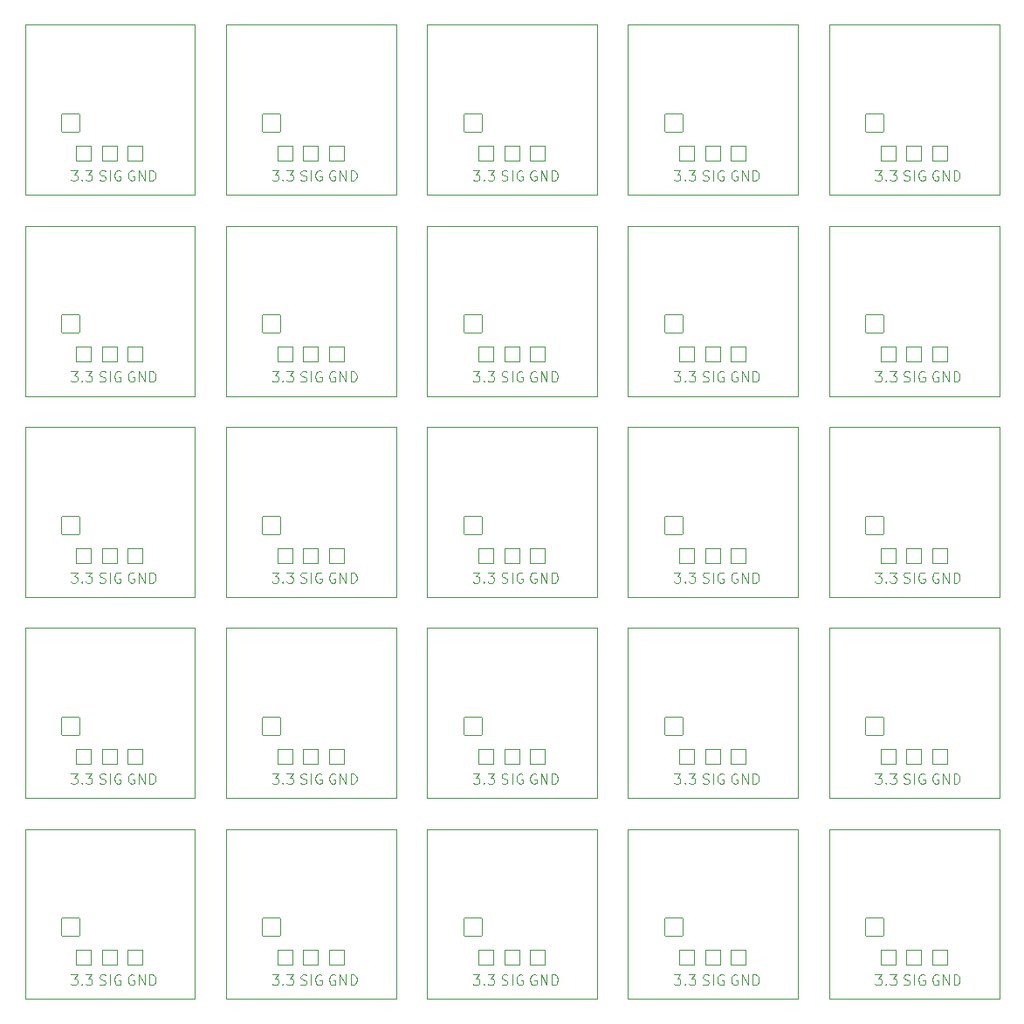
<source format=gto>
G04 #@! TF.GenerationSoftware,KiCad,Pcbnew,8.0.0-8.0.0-1~ubuntu22.04.1*
G04 #@! TF.CreationDate,2024-03-04T18:16:00+01:00*
G04 #@! TF.ProjectId,1x1_panel,3178315f-7061-46e6-956c-2e6b69636164,rev?*
G04 #@! TF.SameCoordinates,Original*
G04 #@! TF.FileFunction,Legend,Top*
G04 #@! TF.FilePolarity,Positive*
%FSLAX46Y46*%
G04 Gerber Fmt 4.6, Leading zero omitted, Abs format (unit mm)*
G04 Created by KiCad (PCBNEW 8.0.0-8.0.0-1~ubuntu22.04.1) date 2024-03-04 18:16:00*
%MOMM*%
%LPD*%
G01*
G04 APERTURE LIST*
G04 Aperture macros list*
%AMRoundRect*
0 Rectangle with rounded corners*
0 $1 Rounding radius*
0 $2 $3 $4 $5 $6 $7 $8 $9 X,Y pos of 4 corners*
0 Add a 4 corners polygon primitive as box body*
4,1,4,$2,$3,$4,$5,$6,$7,$8,$9,$2,$3,0*
0 Add four circle primitives for the rounded corners*
1,1,$1+$1,$2,$3*
1,1,$1+$1,$4,$5*
1,1,$1+$1,$6,$7*
1,1,$1+$1,$8,$9*
0 Add four rect primitives between the rounded corners*
20,1,$1+$1,$2,$3,$4,$5,0*
20,1,$1+$1,$4,$5,$6,$7,0*
20,1,$1+$1,$6,$7,$8,$9,0*
20,1,$1+$1,$8,$9,$2,$3,0*%
G04 Aperture macros list end*
%ADD10C,0.100000*%
%ADD11RoundRect,0.038000X-0.850000X0.850000X-0.850000X-0.850000X0.850000X-0.850000X0.850000X0.850000X0*%
%ADD12O,1.776000X1.776000*%
%ADD13RoundRect,0.038000X-0.750000X-0.750000X0.750000X-0.750000X0.750000X0.750000X-0.750000X0.750000X0*%
%ADD14C,2.576000*%
%ADD15C,0.976000*%
G04 APERTURE END LIST*
D10*
X23958646Y-14122419D02*
X24577693Y-14122419D01*
X24577693Y-14122419D02*
X24244360Y-14503371D01*
X24244360Y-14503371D02*
X24387217Y-14503371D01*
X24387217Y-14503371D02*
X24482455Y-14550990D01*
X24482455Y-14550990D02*
X24530074Y-14598609D01*
X24530074Y-14598609D02*
X24577693Y-14693847D01*
X24577693Y-14693847D02*
X24577693Y-14931942D01*
X24577693Y-14931942D02*
X24530074Y-15027180D01*
X24530074Y-15027180D02*
X24482455Y-15074800D01*
X24482455Y-15074800D02*
X24387217Y-15122419D01*
X24387217Y-15122419D02*
X24101503Y-15122419D01*
X24101503Y-15122419D02*
X24006265Y-15074800D01*
X24006265Y-15074800D02*
X23958646Y-15027180D01*
X25006265Y-15027180D02*
X25053884Y-15074800D01*
X25053884Y-15074800D02*
X25006265Y-15122419D01*
X25006265Y-15122419D02*
X24958646Y-15074800D01*
X24958646Y-15074800D02*
X25006265Y-15027180D01*
X25006265Y-15027180D02*
X25006265Y-15122419D01*
X25387217Y-14122419D02*
X26006264Y-14122419D01*
X26006264Y-14122419D02*
X25672931Y-14503371D01*
X25672931Y-14503371D02*
X25815788Y-14503371D01*
X25815788Y-14503371D02*
X25911026Y-14550990D01*
X25911026Y-14550990D02*
X25958645Y-14598609D01*
X25958645Y-14598609D02*
X26006264Y-14693847D01*
X26006264Y-14693847D02*
X26006264Y-14931942D01*
X26006264Y-14931942D02*
X25958645Y-15027180D01*
X25958645Y-15027180D02*
X25911026Y-15074800D01*
X25911026Y-15074800D02*
X25815788Y-15122419D01*
X25815788Y-15122419D02*
X25530074Y-15122419D01*
X25530074Y-15122419D02*
X25434836Y-15074800D01*
X25434836Y-15074800D02*
X25387217Y-15027180D01*
X26741980Y-15074800D02*
X26884837Y-15122419D01*
X26884837Y-15122419D02*
X27122932Y-15122419D01*
X27122932Y-15122419D02*
X27218170Y-15074800D01*
X27218170Y-15074800D02*
X27265789Y-15027180D01*
X27265789Y-15027180D02*
X27313408Y-14931942D01*
X27313408Y-14931942D02*
X27313408Y-14836704D01*
X27313408Y-14836704D02*
X27265789Y-14741466D01*
X27265789Y-14741466D02*
X27218170Y-14693847D01*
X27218170Y-14693847D02*
X27122932Y-14646228D01*
X27122932Y-14646228D02*
X26932456Y-14598609D01*
X26932456Y-14598609D02*
X26837218Y-14550990D01*
X26837218Y-14550990D02*
X26789599Y-14503371D01*
X26789599Y-14503371D02*
X26741980Y-14408133D01*
X26741980Y-14408133D02*
X26741980Y-14312895D01*
X26741980Y-14312895D02*
X26789599Y-14217657D01*
X26789599Y-14217657D02*
X26837218Y-14170038D01*
X26837218Y-14170038D02*
X26932456Y-14122419D01*
X26932456Y-14122419D02*
X27170551Y-14122419D01*
X27170551Y-14122419D02*
X27313408Y-14170038D01*
X27741980Y-15122419D02*
X27741980Y-14122419D01*
X28741979Y-14170038D02*
X28646741Y-14122419D01*
X28646741Y-14122419D02*
X28503884Y-14122419D01*
X28503884Y-14122419D02*
X28361027Y-14170038D01*
X28361027Y-14170038D02*
X28265789Y-14265276D01*
X28265789Y-14265276D02*
X28218170Y-14360514D01*
X28218170Y-14360514D02*
X28170551Y-14550990D01*
X28170551Y-14550990D02*
X28170551Y-14693847D01*
X28170551Y-14693847D02*
X28218170Y-14884323D01*
X28218170Y-14884323D02*
X28265789Y-14979561D01*
X28265789Y-14979561D02*
X28361027Y-15074800D01*
X28361027Y-15074800D02*
X28503884Y-15122419D01*
X28503884Y-15122419D02*
X28599122Y-15122419D01*
X28599122Y-15122419D02*
X28741979Y-15074800D01*
X28741979Y-15074800D02*
X28789598Y-15027180D01*
X28789598Y-15027180D02*
X28789598Y-14693847D01*
X28789598Y-14693847D02*
X28599122Y-14693847D01*
X30077693Y-14170038D02*
X29982455Y-14122419D01*
X29982455Y-14122419D02*
X29839598Y-14122419D01*
X29839598Y-14122419D02*
X29696741Y-14170038D01*
X29696741Y-14170038D02*
X29601503Y-14265276D01*
X29601503Y-14265276D02*
X29553884Y-14360514D01*
X29553884Y-14360514D02*
X29506265Y-14550990D01*
X29506265Y-14550990D02*
X29506265Y-14693847D01*
X29506265Y-14693847D02*
X29553884Y-14884323D01*
X29553884Y-14884323D02*
X29601503Y-14979561D01*
X29601503Y-14979561D02*
X29696741Y-15074800D01*
X29696741Y-15074800D02*
X29839598Y-15122419D01*
X29839598Y-15122419D02*
X29934836Y-15122419D01*
X29934836Y-15122419D02*
X30077693Y-15074800D01*
X30077693Y-15074800D02*
X30125312Y-15027180D01*
X30125312Y-15027180D02*
X30125312Y-14693847D01*
X30125312Y-14693847D02*
X29934836Y-14693847D01*
X30553884Y-15122419D02*
X30553884Y-14122419D01*
X30553884Y-14122419D02*
X31125312Y-15122419D01*
X31125312Y-15122419D02*
X31125312Y-14122419D01*
X31601503Y-15122419D02*
X31601503Y-14122419D01*
X31601503Y-14122419D02*
X31839598Y-14122419D01*
X31839598Y-14122419D02*
X31982455Y-14170038D01*
X31982455Y-14170038D02*
X32077693Y-14265276D01*
X32077693Y-14265276D02*
X32125312Y-14360514D01*
X32125312Y-14360514D02*
X32172931Y-14550990D01*
X32172931Y-14550990D02*
X32172931Y-14693847D01*
X32172931Y-14693847D02*
X32125312Y-14884323D01*
X32125312Y-14884323D02*
X32077693Y-14979561D01*
X32077693Y-14979561D02*
X31982455Y-15074800D01*
X31982455Y-15074800D02*
X31839598Y-15122419D01*
X31839598Y-15122419D02*
X31601503Y-15122419D01*
X19500000Y0D02*
X36000000Y0D01*
X36000000Y-16500000D01*
X19500000Y-16500000D01*
X19500000Y0D01*
X82458646Y-92122419D02*
X83077693Y-92122419D01*
X83077693Y-92122419D02*
X82744360Y-92503371D01*
X82744360Y-92503371D02*
X82887217Y-92503371D01*
X82887217Y-92503371D02*
X82982455Y-92550990D01*
X82982455Y-92550990D02*
X83030074Y-92598609D01*
X83030074Y-92598609D02*
X83077693Y-92693847D01*
X83077693Y-92693847D02*
X83077693Y-92931942D01*
X83077693Y-92931942D02*
X83030074Y-93027180D01*
X83030074Y-93027180D02*
X82982455Y-93074800D01*
X82982455Y-93074800D02*
X82887217Y-93122419D01*
X82887217Y-93122419D02*
X82601503Y-93122419D01*
X82601503Y-93122419D02*
X82506265Y-93074800D01*
X82506265Y-93074800D02*
X82458646Y-93027180D01*
X83506265Y-93027180D02*
X83553884Y-93074800D01*
X83553884Y-93074800D02*
X83506265Y-93122419D01*
X83506265Y-93122419D02*
X83458646Y-93074800D01*
X83458646Y-93074800D02*
X83506265Y-93027180D01*
X83506265Y-93027180D02*
X83506265Y-93122419D01*
X83887217Y-92122419D02*
X84506264Y-92122419D01*
X84506264Y-92122419D02*
X84172931Y-92503371D01*
X84172931Y-92503371D02*
X84315788Y-92503371D01*
X84315788Y-92503371D02*
X84411026Y-92550990D01*
X84411026Y-92550990D02*
X84458645Y-92598609D01*
X84458645Y-92598609D02*
X84506264Y-92693847D01*
X84506264Y-92693847D02*
X84506264Y-92931942D01*
X84506264Y-92931942D02*
X84458645Y-93027180D01*
X84458645Y-93027180D02*
X84411026Y-93074800D01*
X84411026Y-93074800D02*
X84315788Y-93122419D01*
X84315788Y-93122419D02*
X84030074Y-93122419D01*
X84030074Y-93122419D02*
X83934836Y-93074800D01*
X83934836Y-93074800D02*
X83887217Y-93027180D01*
X85241980Y-93074800D02*
X85384837Y-93122419D01*
X85384837Y-93122419D02*
X85622932Y-93122419D01*
X85622932Y-93122419D02*
X85718170Y-93074800D01*
X85718170Y-93074800D02*
X85765789Y-93027180D01*
X85765789Y-93027180D02*
X85813408Y-92931942D01*
X85813408Y-92931942D02*
X85813408Y-92836704D01*
X85813408Y-92836704D02*
X85765789Y-92741466D01*
X85765789Y-92741466D02*
X85718170Y-92693847D01*
X85718170Y-92693847D02*
X85622932Y-92646228D01*
X85622932Y-92646228D02*
X85432456Y-92598609D01*
X85432456Y-92598609D02*
X85337218Y-92550990D01*
X85337218Y-92550990D02*
X85289599Y-92503371D01*
X85289599Y-92503371D02*
X85241980Y-92408133D01*
X85241980Y-92408133D02*
X85241980Y-92312895D01*
X85241980Y-92312895D02*
X85289599Y-92217657D01*
X85289599Y-92217657D02*
X85337218Y-92170038D01*
X85337218Y-92170038D02*
X85432456Y-92122419D01*
X85432456Y-92122419D02*
X85670551Y-92122419D01*
X85670551Y-92122419D02*
X85813408Y-92170038D01*
X86241980Y-93122419D02*
X86241980Y-92122419D01*
X87241979Y-92170038D02*
X87146741Y-92122419D01*
X87146741Y-92122419D02*
X87003884Y-92122419D01*
X87003884Y-92122419D02*
X86861027Y-92170038D01*
X86861027Y-92170038D02*
X86765789Y-92265276D01*
X86765789Y-92265276D02*
X86718170Y-92360514D01*
X86718170Y-92360514D02*
X86670551Y-92550990D01*
X86670551Y-92550990D02*
X86670551Y-92693847D01*
X86670551Y-92693847D02*
X86718170Y-92884323D01*
X86718170Y-92884323D02*
X86765789Y-92979561D01*
X86765789Y-92979561D02*
X86861027Y-93074800D01*
X86861027Y-93074800D02*
X87003884Y-93122419D01*
X87003884Y-93122419D02*
X87099122Y-93122419D01*
X87099122Y-93122419D02*
X87241979Y-93074800D01*
X87241979Y-93074800D02*
X87289598Y-93027180D01*
X87289598Y-93027180D02*
X87289598Y-92693847D01*
X87289598Y-92693847D02*
X87099122Y-92693847D01*
X88577693Y-92170038D02*
X88482455Y-92122419D01*
X88482455Y-92122419D02*
X88339598Y-92122419D01*
X88339598Y-92122419D02*
X88196741Y-92170038D01*
X88196741Y-92170038D02*
X88101503Y-92265276D01*
X88101503Y-92265276D02*
X88053884Y-92360514D01*
X88053884Y-92360514D02*
X88006265Y-92550990D01*
X88006265Y-92550990D02*
X88006265Y-92693847D01*
X88006265Y-92693847D02*
X88053884Y-92884323D01*
X88053884Y-92884323D02*
X88101503Y-92979561D01*
X88101503Y-92979561D02*
X88196741Y-93074800D01*
X88196741Y-93074800D02*
X88339598Y-93122419D01*
X88339598Y-93122419D02*
X88434836Y-93122419D01*
X88434836Y-93122419D02*
X88577693Y-93074800D01*
X88577693Y-93074800D02*
X88625312Y-93027180D01*
X88625312Y-93027180D02*
X88625312Y-92693847D01*
X88625312Y-92693847D02*
X88434836Y-92693847D01*
X89053884Y-93122419D02*
X89053884Y-92122419D01*
X89053884Y-92122419D02*
X89625312Y-93122419D01*
X89625312Y-93122419D02*
X89625312Y-92122419D01*
X90101503Y-93122419D02*
X90101503Y-92122419D01*
X90101503Y-92122419D02*
X90339598Y-92122419D01*
X90339598Y-92122419D02*
X90482455Y-92170038D01*
X90482455Y-92170038D02*
X90577693Y-92265276D01*
X90577693Y-92265276D02*
X90625312Y-92360514D01*
X90625312Y-92360514D02*
X90672931Y-92550990D01*
X90672931Y-92550990D02*
X90672931Y-92693847D01*
X90672931Y-92693847D02*
X90625312Y-92884323D01*
X90625312Y-92884323D02*
X90577693Y-92979561D01*
X90577693Y-92979561D02*
X90482455Y-93074800D01*
X90482455Y-93074800D02*
X90339598Y-93122419D01*
X90339598Y-93122419D02*
X90101503Y-93122419D01*
X78000000Y-78000000D02*
X94500000Y-78000000D01*
X94500000Y-94500000D01*
X78000000Y-94500000D01*
X78000000Y-78000000D01*
X62958646Y-92122419D02*
X63577693Y-92122419D01*
X63577693Y-92122419D02*
X63244360Y-92503371D01*
X63244360Y-92503371D02*
X63387217Y-92503371D01*
X63387217Y-92503371D02*
X63482455Y-92550990D01*
X63482455Y-92550990D02*
X63530074Y-92598609D01*
X63530074Y-92598609D02*
X63577693Y-92693847D01*
X63577693Y-92693847D02*
X63577693Y-92931942D01*
X63577693Y-92931942D02*
X63530074Y-93027180D01*
X63530074Y-93027180D02*
X63482455Y-93074800D01*
X63482455Y-93074800D02*
X63387217Y-93122419D01*
X63387217Y-93122419D02*
X63101503Y-93122419D01*
X63101503Y-93122419D02*
X63006265Y-93074800D01*
X63006265Y-93074800D02*
X62958646Y-93027180D01*
X64006265Y-93027180D02*
X64053884Y-93074800D01*
X64053884Y-93074800D02*
X64006265Y-93122419D01*
X64006265Y-93122419D02*
X63958646Y-93074800D01*
X63958646Y-93074800D02*
X64006265Y-93027180D01*
X64006265Y-93027180D02*
X64006265Y-93122419D01*
X64387217Y-92122419D02*
X65006264Y-92122419D01*
X65006264Y-92122419D02*
X64672931Y-92503371D01*
X64672931Y-92503371D02*
X64815788Y-92503371D01*
X64815788Y-92503371D02*
X64911026Y-92550990D01*
X64911026Y-92550990D02*
X64958645Y-92598609D01*
X64958645Y-92598609D02*
X65006264Y-92693847D01*
X65006264Y-92693847D02*
X65006264Y-92931942D01*
X65006264Y-92931942D02*
X64958645Y-93027180D01*
X64958645Y-93027180D02*
X64911026Y-93074800D01*
X64911026Y-93074800D02*
X64815788Y-93122419D01*
X64815788Y-93122419D02*
X64530074Y-93122419D01*
X64530074Y-93122419D02*
X64434836Y-93074800D01*
X64434836Y-93074800D02*
X64387217Y-93027180D01*
X69077693Y-92170038D02*
X68982455Y-92122419D01*
X68982455Y-92122419D02*
X68839598Y-92122419D01*
X68839598Y-92122419D02*
X68696741Y-92170038D01*
X68696741Y-92170038D02*
X68601503Y-92265276D01*
X68601503Y-92265276D02*
X68553884Y-92360514D01*
X68553884Y-92360514D02*
X68506265Y-92550990D01*
X68506265Y-92550990D02*
X68506265Y-92693847D01*
X68506265Y-92693847D02*
X68553884Y-92884323D01*
X68553884Y-92884323D02*
X68601503Y-92979561D01*
X68601503Y-92979561D02*
X68696741Y-93074800D01*
X68696741Y-93074800D02*
X68839598Y-93122419D01*
X68839598Y-93122419D02*
X68934836Y-93122419D01*
X68934836Y-93122419D02*
X69077693Y-93074800D01*
X69077693Y-93074800D02*
X69125312Y-93027180D01*
X69125312Y-93027180D02*
X69125312Y-92693847D01*
X69125312Y-92693847D02*
X68934836Y-92693847D01*
X69553884Y-93122419D02*
X69553884Y-92122419D01*
X69553884Y-92122419D02*
X70125312Y-93122419D01*
X70125312Y-93122419D02*
X70125312Y-92122419D01*
X70601503Y-93122419D02*
X70601503Y-92122419D01*
X70601503Y-92122419D02*
X70839598Y-92122419D01*
X70839598Y-92122419D02*
X70982455Y-92170038D01*
X70982455Y-92170038D02*
X71077693Y-92265276D01*
X71077693Y-92265276D02*
X71125312Y-92360514D01*
X71125312Y-92360514D02*
X71172931Y-92550990D01*
X71172931Y-92550990D02*
X71172931Y-92693847D01*
X71172931Y-92693847D02*
X71125312Y-92884323D01*
X71125312Y-92884323D02*
X71077693Y-92979561D01*
X71077693Y-92979561D02*
X70982455Y-93074800D01*
X70982455Y-93074800D02*
X70839598Y-93122419D01*
X70839598Y-93122419D02*
X70601503Y-93122419D01*
X65741980Y-93074800D02*
X65884837Y-93122419D01*
X65884837Y-93122419D02*
X66122932Y-93122419D01*
X66122932Y-93122419D02*
X66218170Y-93074800D01*
X66218170Y-93074800D02*
X66265789Y-93027180D01*
X66265789Y-93027180D02*
X66313408Y-92931942D01*
X66313408Y-92931942D02*
X66313408Y-92836704D01*
X66313408Y-92836704D02*
X66265789Y-92741466D01*
X66265789Y-92741466D02*
X66218170Y-92693847D01*
X66218170Y-92693847D02*
X66122932Y-92646228D01*
X66122932Y-92646228D02*
X65932456Y-92598609D01*
X65932456Y-92598609D02*
X65837218Y-92550990D01*
X65837218Y-92550990D02*
X65789599Y-92503371D01*
X65789599Y-92503371D02*
X65741980Y-92408133D01*
X65741980Y-92408133D02*
X65741980Y-92312895D01*
X65741980Y-92312895D02*
X65789599Y-92217657D01*
X65789599Y-92217657D02*
X65837218Y-92170038D01*
X65837218Y-92170038D02*
X65932456Y-92122419D01*
X65932456Y-92122419D02*
X66170551Y-92122419D01*
X66170551Y-92122419D02*
X66313408Y-92170038D01*
X66741980Y-93122419D02*
X66741980Y-92122419D01*
X67741979Y-92170038D02*
X67646741Y-92122419D01*
X67646741Y-92122419D02*
X67503884Y-92122419D01*
X67503884Y-92122419D02*
X67361027Y-92170038D01*
X67361027Y-92170038D02*
X67265789Y-92265276D01*
X67265789Y-92265276D02*
X67218170Y-92360514D01*
X67218170Y-92360514D02*
X67170551Y-92550990D01*
X67170551Y-92550990D02*
X67170551Y-92693847D01*
X67170551Y-92693847D02*
X67218170Y-92884323D01*
X67218170Y-92884323D02*
X67265789Y-92979561D01*
X67265789Y-92979561D02*
X67361027Y-93074800D01*
X67361027Y-93074800D02*
X67503884Y-93122419D01*
X67503884Y-93122419D02*
X67599122Y-93122419D01*
X67599122Y-93122419D02*
X67741979Y-93074800D01*
X67741979Y-93074800D02*
X67789598Y-93027180D01*
X67789598Y-93027180D02*
X67789598Y-92693847D01*
X67789598Y-92693847D02*
X67599122Y-92693847D01*
X58500000Y-78000000D02*
X75000000Y-78000000D01*
X75000000Y-94500000D01*
X58500000Y-94500000D01*
X58500000Y-78000000D01*
X43458646Y-92122419D02*
X44077693Y-92122419D01*
X44077693Y-92122419D02*
X43744360Y-92503371D01*
X43744360Y-92503371D02*
X43887217Y-92503371D01*
X43887217Y-92503371D02*
X43982455Y-92550990D01*
X43982455Y-92550990D02*
X44030074Y-92598609D01*
X44030074Y-92598609D02*
X44077693Y-92693847D01*
X44077693Y-92693847D02*
X44077693Y-92931942D01*
X44077693Y-92931942D02*
X44030074Y-93027180D01*
X44030074Y-93027180D02*
X43982455Y-93074800D01*
X43982455Y-93074800D02*
X43887217Y-93122419D01*
X43887217Y-93122419D02*
X43601503Y-93122419D01*
X43601503Y-93122419D02*
X43506265Y-93074800D01*
X43506265Y-93074800D02*
X43458646Y-93027180D01*
X44506265Y-93027180D02*
X44553884Y-93074800D01*
X44553884Y-93074800D02*
X44506265Y-93122419D01*
X44506265Y-93122419D02*
X44458646Y-93074800D01*
X44458646Y-93074800D02*
X44506265Y-93027180D01*
X44506265Y-93027180D02*
X44506265Y-93122419D01*
X44887217Y-92122419D02*
X45506264Y-92122419D01*
X45506264Y-92122419D02*
X45172931Y-92503371D01*
X45172931Y-92503371D02*
X45315788Y-92503371D01*
X45315788Y-92503371D02*
X45411026Y-92550990D01*
X45411026Y-92550990D02*
X45458645Y-92598609D01*
X45458645Y-92598609D02*
X45506264Y-92693847D01*
X45506264Y-92693847D02*
X45506264Y-92931942D01*
X45506264Y-92931942D02*
X45458645Y-93027180D01*
X45458645Y-93027180D02*
X45411026Y-93074800D01*
X45411026Y-93074800D02*
X45315788Y-93122419D01*
X45315788Y-93122419D02*
X45030074Y-93122419D01*
X45030074Y-93122419D02*
X44934836Y-93074800D01*
X44934836Y-93074800D02*
X44887217Y-93027180D01*
X46241980Y-93074800D02*
X46384837Y-93122419D01*
X46384837Y-93122419D02*
X46622932Y-93122419D01*
X46622932Y-93122419D02*
X46718170Y-93074800D01*
X46718170Y-93074800D02*
X46765789Y-93027180D01*
X46765789Y-93027180D02*
X46813408Y-92931942D01*
X46813408Y-92931942D02*
X46813408Y-92836704D01*
X46813408Y-92836704D02*
X46765789Y-92741466D01*
X46765789Y-92741466D02*
X46718170Y-92693847D01*
X46718170Y-92693847D02*
X46622932Y-92646228D01*
X46622932Y-92646228D02*
X46432456Y-92598609D01*
X46432456Y-92598609D02*
X46337218Y-92550990D01*
X46337218Y-92550990D02*
X46289599Y-92503371D01*
X46289599Y-92503371D02*
X46241980Y-92408133D01*
X46241980Y-92408133D02*
X46241980Y-92312895D01*
X46241980Y-92312895D02*
X46289599Y-92217657D01*
X46289599Y-92217657D02*
X46337218Y-92170038D01*
X46337218Y-92170038D02*
X46432456Y-92122419D01*
X46432456Y-92122419D02*
X46670551Y-92122419D01*
X46670551Y-92122419D02*
X46813408Y-92170038D01*
X47241980Y-93122419D02*
X47241980Y-92122419D01*
X48241979Y-92170038D02*
X48146741Y-92122419D01*
X48146741Y-92122419D02*
X48003884Y-92122419D01*
X48003884Y-92122419D02*
X47861027Y-92170038D01*
X47861027Y-92170038D02*
X47765789Y-92265276D01*
X47765789Y-92265276D02*
X47718170Y-92360514D01*
X47718170Y-92360514D02*
X47670551Y-92550990D01*
X47670551Y-92550990D02*
X47670551Y-92693847D01*
X47670551Y-92693847D02*
X47718170Y-92884323D01*
X47718170Y-92884323D02*
X47765789Y-92979561D01*
X47765789Y-92979561D02*
X47861027Y-93074800D01*
X47861027Y-93074800D02*
X48003884Y-93122419D01*
X48003884Y-93122419D02*
X48099122Y-93122419D01*
X48099122Y-93122419D02*
X48241979Y-93074800D01*
X48241979Y-93074800D02*
X48289598Y-93027180D01*
X48289598Y-93027180D02*
X48289598Y-92693847D01*
X48289598Y-92693847D02*
X48099122Y-92693847D01*
X49577693Y-92170038D02*
X49482455Y-92122419D01*
X49482455Y-92122419D02*
X49339598Y-92122419D01*
X49339598Y-92122419D02*
X49196741Y-92170038D01*
X49196741Y-92170038D02*
X49101503Y-92265276D01*
X49101503Y-92265276D02*
X49053884Y-92360514D01*
X49053884Y-92360514D02*
X49006265Y-92550990D01*
X49006265Y-92550990D02*
X49006265Y-92693847D01*
X49006265Y-92693847D02*
X49053884Y-92884323D01*
X49053884Y-92884323D02*
X49101503Y-92979561D01*
X49101503Y-92979561D02*
X49196741Y-93074800D01*
X49196741Y-93074800D02*
X49339598Y-93122419D01*
X49339598Y-93122419D02*
X49434836Y-93122419D01*
X49434836Y-93122419D02*
X49577693Y-93074800D01*
X49577693Y-93074800D02*
X49625312Y-93027180D01*
X49625312Y-93027180D02*
X49625312Y-92693847D01*
X49625312Y-92693847D02*
X49434836Y-92693847D01*
X50053884Y-93122419D02*
X50053884Y-92122419D01*
X50053884Y-92122419D02*
X50625312Y-93122419D01*
X50625312Y-93122419D02*
X50625312Y-92122419D01*
X51101503Y-93122419D02*
X51101503Y-92122419D01*
X51101503Y-92122419D02*
X51339598Y-92122419D01*
X51339598Y-92122419D02*
X51482455Y-92170038D01*
X51482455Y-92170038D02*
X51577693Y-92265276D01*
X51577693Y-92265276D02*
X51625312Y-92360514D01*
X51625312Y-92360514D02*
X51672931Y-92550990D01*
X51672931Y-92550990D02*
X51672931Y-92693847D01*
X51672931Y-92693847D02*
X51625312Y-92884323D01*
X51625312Y-92884323D02*
X51577693Y-92979561D01*
X51577693Y-92979561D02*
X51482455Y-93074800D01*
X51482455Y-93074800D02*
X51339598Y-93122419D01*
X51339598Y-93122419D02*
X51101503Y-93122419D01*
X39000000Y-78000000D02*
X55500000Y-78000000D01*
X55500000Y-94500000D01*
X39000000Y-94500000D01*
X39000000Y-78000000D01*
X23958646Y-92122419D02*
X24577693Y-92122419D01*
X24577693Y-92122419D02*
X24244360Y-92503371D01*
X24244360Y-92503371D02*
X24387217Y-92503371D01*
X24387217Y-92503371D02*
X24482455Y-92550990D01*
X24482455Y-92550990D02*
X24530074Y-92598609D01*
X24530074Y-92598609D02*
X24577693Y-92693847D01*
X24577693Y-92693847D02*
X24577693Y-92931942D01*
X24577693Y-92931942D02*
X24530074Y-93027180D01*
X24530074Y-93027180D02*
X24482455Y-93074800D01*
X24482455Y-93074800D02*
X24387217Y-93122419D01*
X24387217Y-93122419D02*
X24101503Y-93122419D01*
X24101503Y-93122419D02*
X24006265Y-93074800D01*
X24006265Y-93074800D02*
X23958646Y-93027180D01*
X25006265Y-93027180D02*
X25053884Y-93074800D01*
X25053884Y-93074800D02*
X25006265Y-93122419D01*
X25006265Y-93122419D02*
X24958646Y-93074800D01*
X24958646Y-93074800D02*
X25006265Y-93027180D01*
X25006265Y-93027180D02*
X25006265Y-93122419D01*
X25387217Y-92122419D02*
X26006264Y-92122419D01*
X26006264Y-92122419D02*
X25672931Y-92503371D01*
X25672931Y-92503371D02*
X25815788Y-92503371D01*
X25815788Y-92503371D02*
X25911026Y-92550990D01*
X25911026Y-92550990D02*
X25958645Y-92598609D01*
X25958645Y-92598609D02*
X26006264Y-92693847D01*
X26006264Y-92693847D02*
X26006264Y-92931942D01*
X26006264Y-92931942D02*
X25958645Y-93027180D01*
X25958645Y-93027180D02*
X25911026Y-93074800D01*
X25911026Y-93074800D02*
X25815788Y-93122419D01*
X25815788Y-93122419D02*
X25530074Y-93122419D01*
X25530074Y-93122419D02*
X25434836Y-93074800D01*
X25434836Y-93074800D02*
X25387217Y-93027180D01*
X26741980Y-93074800D02*
X26884837Y-93122419D01*
X26884837Y-93122419D02*
X27122932Y-93122419D01*
X27122932Y-93122419D02*
X27218170Y-93074800D01*
X27218170Y-93074800D02*
X27265789Y-93027180D01*
X27265789Y-93027180D02*
X27313408Y-92931942D01*
X27313408Y-92931942D02*
X27313408Y-92836704D01*
X27313408Y-92836704D02*
X27265789Y-92741466D01*
X27265789Y-92741466D02*
X27218170Y-92693847D01*
X27218170Y-92693847D02*
X27122932Y-92646228D01*
X27122932Y-92646228D02*
X26932456Y-92598609D01*
X26932456Y-92598609D02*
X26837218Y-92550990D01*
X26837218Y-92550990D02*
X26789599Y-92503371D01*
X26789599Y-92503371D02*
X26741980Y-92408133D01*
X26741980Y-92408133D02*
X26741980Y-92312895D01*
X26741980Y-92312895D02*
X26789599Y-92217657D01*
X26789599Y-92217657D02*
X26837218Y-92170038D01*
X26837218Y-92170038D02*
X26932456Y-92122419D01*
X26932456Y-92122419D02*
X27170551Y-92122419D01*
X27170551Y-92122419D02*
X27313408Y-92170038D01*
X27741980Y-93122419D02*
X27741980Y-92122419D01*
X28741979Y-92170038D02*
X28646741Y-92122419D01*
X28646741Y-92122419D02*
X28503884Y-92122419D01*
X28503884Y-92122419D02*
X28361027Y-92170038D01*
X28361027Y-92170038D02*
X28265789Y-92265276D01*
X28265789Y-92265276D02*
X28218170Y-92360514D01*
X28218170Y-92360514D02*
X28170551Y-92550990D01*
X28170551Y-92550990D02*
X28170551Y-92693847D01*
X28170551Y-92693847D02*
X28218170Y-92884323D01*
X28218170Y-92884323D02*
X28265789Y-92979561D01*
X28265789Y-92979561D02*
X28361027Y-93074800D01*
X28361027Y-93074800D02*
X28503884Y-93122419D01*
X28503884Y-93122419D02*
X28599122Y-93122419D01*
X28599122Y-93122419D02*
X28741979Y-93074800D01*
X28741979Y-93074800D02*
X28789598Y-93027180D01*
X28789598Y-93027180D02*
X28789598Y-92693847D01*
X28789598Y-92693847D02*
X28599122Y-92693847D01*
X30077693Y-92170038D02*
X29982455Y-92122419D01*
X29982455Y-92122419D02*
X29839598Y-92122419D01*
X29839598Y-92122419D02*
X29696741Y-92170038D01*
X29696741Y-92170038D02*
X29601503Y-92265276D01*
X29601503Y-92265276D02*
X29553884Y-92360514D01*
X29553884Y-92360514D02*
X29506265Y-92550990D01*
X29506265Y-92550990D02*
X29506265Y-92693847D01*
X29506265Y-92693847D02*
X29553884Y-92884323D01*
X29553884Y-92884323D02*
X29601503Y-92979561D01*
X29601503Y-92979561D02*
X29696741Y-93074800D01*
X29696741Y-93074800D02*
X29839598Y-93122419D01*
X29839598Y-93122419D02*
X29934836Y-93122419D01*
X29934836Y-93122419D02*
X30077693Y-93074800D01*
X30077693Y-93074800D02*
X30125312Y-93027180D01*
X30125312Y-93027180D02*
X30125312Y-92693847D01*
X30125312Y-92693847D02*
X29934836Y-92693847D01*
X30553884Y-93122419D02*
X30553884Y-92122419D01*
X30553884Y-92122419D02*
X31125312Y-93122419D01*
X31125312Y-93122419D02*
X31125312Y-92122419D01*
X31601503Y-93122419D02*
X31601503Y-92122419D01*
X31601503Y-92122419D02*
X31839598Y-92122419D01*
X31839598Y-92122419D02*
X31982455Y-92170038D01*
X31982455Y-92170038D02*
X32077693Y-92265276D01*
X32077693Y-92265276D02*
X32125312Y-92360514D01*
X32125312Y-92360514D02*
X32172931Y-92550990D01*
X32172931Y-92550990D02*
X32172931Y-92693847D01*
X32172931Y-92693847D02*
X32125312Y-92884323D01*
X32125312Y-92884323D02*
X32077693Y-92979561D01*
X32077693Y-92979561D02*
X31982455Y-93074800D01*
X31982455Y-93074800D02*
X31839598Y-93122419D01*
X31839598Y-93122419D02*
X31601503Y-93122419D01*
X19500000Y-78000000D02*
X36000000Y-78000000D01*
X36000000Y-94500000D01*
X19500000Y-94500000D01*
X19500000Y-78000000D01*
X4458646Y-92122419D02*
X5077693Y-92122419D01*
X5077693Y-92122419D02*
X4744360Y-92503371D01*
X4744360Y-92503371D02*
X4887217Y-92503371D01*
X4887217Y-92503371D02*
X4982455Y-92550990D01*
X4982455Y-92550990D02*
X5030074Y-92598609D01*
X5030074Y-92598609D02*
X5077693Y-92693847D01*
X5077693Y-92693847D02*
X5077693Y-92931942D01*
X5077693Y-92931942D02*
X5030074Y-93027180D01*
X5030074Y-93027180D02*
X4982455Y-93074800D01*
X4982455Y-93074800D02*
X4887217Y-93122419D01*
X4887217Y-93122419D02*
X4601503Y-93122419D01*
X4601503Y-93122419D02*
X4506265Y-93074800D01*
X4506265Y-93074800D02*
X4458646Y-93027180D01*
X5506265Y-93027180D02*
X5553884Y-93074800D01*
X5553884Y-93074800D02*
X5506265Y-93122419D01*
X5506265Y-93122419D02*
X5458646Y-93074800D01*
X5458646Y-93074800D02*
X5506265Y-93027180D01*
X5506265Y-93027180D02*
X5506265Y-93122419D01*
X5887217Y-92122419D02*
X6506264Y-92122419D01*
X6506264Y-92122419D02*
X6172931Y-92503371D01*
X6172931Y-92503371D02*
X6315788Y-92503371D01*
X6315788Y-92503371D02*
X6411026Y-92550990D01*
X6411026Y-92550990D02*
X6458645Y-92598609D01*
X6458645Y-92598609D02*
X6506264Y-92693847D01*
X6506264Y-92693847D02*
X6506264Y-92931942D01*
X6506264Y-92931942D02*
X6458645Y-93027180D01*
X6458645Y-93027180D02*
X6411026Y-93074800D01*
X6411026Y-93074800D02*
X6315788Y-93122419D01*
X6315788Y-93122419D02*
X6030074Y-93122419D01*
X6030074Y-93122419D02*
X5934836Y-93074800D01*
X5934836Y-93074800D02*
X5887217Y-93027180D01*
X0Y-78000000D02*
X16500000Y-78000000D01*
X16500000Y-94500000D01*
X0Y-94500000D01*
X0Y-78000000D01*
X7241980Y-93074800D02*
X7384837Y-93122419D01*
X7384837Y-93122419D02*
X7622932Y-93122419D01*
X7622932Y-93122419D02*
X7718170Y-93074800D01*
X7718170Y-93074800D02*
X7765789Y-93027180D01*
X7765789Y-93027180D02*
X7813408Y-92931942D01*
X7813408Y-92931942D02*
X7813408Y-92836704D01*
X7813408Y-92836704D02*
X7765789Y-92741466D01*
X7765789Y-92741466D02*
X7718170Y-92693847D01*
X7718170Y-92693847D02*
X7622932Y-92646228D01*
X7622932Y-92646228D02*
X7432456Y-92598609D01*
X7432456Y-92598609D02*
X7337218Y-92550990D01*
X7337218Y-92550990D02*
X7289599Y-92503371D01*
X7289599Y-92503371D02*
X7241980Y-92408133D01*
X7241980Y-92408133D02*
X7241980Y-92312895D01*
X7241980Y-92312895D02*
X7289599Y-92217657D01*
X7289599Y-92217657D02*
X7337218Y-92170038D01*
X7337218Y-92170038D02*
X7432456Y-92122419D01*
X7432456Y-92122419D02*
X7670551Y-92122419D01*
X7670551Y-92122419D02*
X7813408Y-92170038D01*
X8241980Y-93122419D02*
X8241980Y-92122419D01*
X9241979Y-92170038D02*
X9146741Y-92122419D01*
X9146741Y-92122419D02*
X9003884Y-92122419D01*
X9003884Y-92122419D02*
X8861027Y-92170038D01*
X8861027Y-92170038D02*
X8765789Y-92265276D01*
X8765789Y-92265276D02*
X8718170Y-92360514D01*
X8718170Y-92360514D02*
X8670551Y-92550990D01*
X8670551Y-92550990D02*
X8670551Y-92693847D01*
X8670551Y-92693847D02*
X8718170Y-92884323D01*
X8718170Y-92884323D02*
X8765789Y-92979561D01*
X8765789Y-92979561D02*
X8861027Y-93074800D01*
X8861027Y-93074800D02*
X9003884Y-93122419D01*
X9003884Y-93122419D02*
X9099122Y-93122419D01*
X9099122Y-93122419D02*
X9241979Y-93074800D01*
X9241979Y-93074800D02*
X9289598Y-93027180D01*
X9289598Y-93027180D02*
X9289598Y-92693847D01*
X9289598Y-92693847D02*
X9099122Y-92693847D01*
X10577693Y-92170038D02*
X10482455Y-92122419D01*
X10482455Y-92122419D02*
X10339598Y-92122419D01*
X10339598Y-92122419D02*
X10196741Y-92170038D01*
X10196741Y-92170038D02*
X10101503Y-92265276D01*
X10101503Y-92265276D02*
X10053884Y-92360514D01*
X10053884Y-92360514D02*
X10006265Y-92550990D01*
X10006265Y-92550990D02*
X10006265Y-92693847D01*
X10006265Y-92693847D02*
X10053884Y-92884323D01*
X10053884Y-92884323D02*
X10101503Y-92979561D01*
X10101503Y-92979561D02*
X10196741Y-93074800D01*
X10196741Y-93074800D02*
X10339598Y-93122419D01*
X10339598Y-93122419D02*
X10434836Y-93122419D01*
X10434836Y-93122419D02*
X10577693Y-93074800D01*
X10577693Y-93074800D02*
X10625312Y-93027180D01*
X10625312Y-93027180D02*
X10625312Y-92693847D01*
X10625312Y-92693847D02*
X10434836Y-92693847D01*
X11053884Y-93122419D02*
X11053884Y-92122419D01*
X11053884Y-92122419D02*
X11625312Y-93122419D01*
X11625312Y-93122419D02*
X11625312Y-92122419D01*
X12101503Y-93122419D02*
X12101503Y-92122419D01*
X12101503Y-92122419D02*
X12339598Y-92122419D01*
X12339598Y-92122419D02*
X12482455Y-92170038D01*
X12482455Y-92170038D02*
X12577693Y-92265276D01*
X12577693Y-92265276D02*
X12625312Y-92360514D01*
X12625312Y-92360514D02*
X12672931Y-92550990D01*
X12672931Y-92550990D02*
X12672931Y-92693847D01*
X12672931Y-92693847D02*
X12625312Y-92884323D01*
X12625312Y-92884323D02*
X12577693Y-92979561D01*
X12577693Y-92979561D02*
X12482455Y-93074800D01*
X12482455Y-93074800D02*
X12339598Y-93122419D01*
X12339598Y-93122419D02*
X12101503Y-93122419D01*
X82458646Y-72622419D02*
X83077693Y-72622419D01*
X83077693Y-72622419D02*
X82744360Y-73003371D01*
X82744360Y-73003371D02*
X82887217Y-73003371D01*
X82887217Y-73003371D02*
X82982455Y-73050990D01*
X82982455Y-73050990D02*
X83030074Y-73098609D01*
X83030074Y-73098609D02*
X83077693Y-73193847D01*
X83077693Y-73193847D02*
X83077693Y-73431942D01*
X83077693Y-73431942D02*
X83030074Y-73527180D01*
X83030074Y-73527180D02*
X82982455Y-73574800D01*
X82982455Y-73574800D02*
X82887217Y-73622419D01*
X82887217Y-73622419D02*
X82601503Y-73622419D01*
X82601503Y-73622419D02*
X82506265Y-73574800D01*
X82506265Y-73574800D02*
X82458646Y-73527180D01*
X83506265Y-73527180D02*
X83553884Y-73574800D01*
X83553884Y-73574800D02*
X83506265Y-73622419D01*
X83506265Y-73622419D02*
X83458646Y-73574800D01*
X83458646Y-73574800D02*
X83506265Y-73527180D01*
X83506265Y-73527180D02*
X83506265Y-73622419D01*
X83887217Y-72622419D02*
X84506264Y-72622419D01*
X84506264Y-72622419D02*
X84172931Y-73003371D01*
X84172931Y-73003371D02*
X84315788Y-73003371D01*
X84315788Y-73003371D02*
X84411026Y-73050990D01*
X84411026Y-73050990D02*
X84458645Y-73098609D01*
X84458645Y-73098609D02*
X84506264Y-73193847D01*
X84506264Y-73193847D02*
X84506264Y-73431942D01*
X84506264Y-73431942D02*
X84458645Y-73527180D01*
X84458645Y-73527180D02*
X84411026Y-73574800D01*
X84411026Y-73574800D02*
X84315788Y-73622419D01*
X84315788Y-73622419D02*
X84030074Y-73622419D01*
X84030074Y-73622419D02*
X83934836Y-73574800D01*
X83934836Y-73574800D02*
X83887217Y-73527180D01*
X85241980Y-73574800D02*
X85384837Y-73622419D01*
X85384837Y-73622419D02*
X85622932Y-73622419D01*
X85622932Y-73622419D02*
X85718170Y-73574800D01*
X85718170Y-73574800D02*
X85765789Y-73527180D01*
X85765789Y-73527180D02*
X85813408Y-73431942D01*
X85813408Y-73431942D02*
X85813408Y-73336704D01*
X85813408Y-73336704D02*
X85765789Y-73241466D01*
X85765789Y-73241466D02*
X85718170Y-73193847D01*
X85718170Y-73193847D02*
X85622932Y-73146228D01*
X85622932Y-73146228D02*
X85432456Y-73098609D01*
X85432456Y-73098609D02*
X85337218Y-73050990D01*
X85337218Y-73050990D02*
X85289599Y-73003371D01*
X85289599Y-73003371D02*
X85241980Y-72908133D01*
X85241980Y-72908133D02*
X85241980Y-72812895D01*
X85241980Y-72812895D02*
X85289599Y-72717657D01*
X85289599Y-72717657D02*
X85337218Y-72670038D01*
X85337218Y-72670038D02*
X85432456Y-72622419D01*
X85432456Y-72622419D02*
X85670551Y-72622419D01*
X85670551Y-72622419D02*
X85813408Y-72670038D01*
X86241980Y-73622419D02*
X86241980Y-72622419D01*
X87241979Y-72670038D02*
X87146741Y-72622419D01*
X87146741Y-72622419D02*
X87003884Y-72622419D01*
X87003884Y-72622419D02*
X86861027Y-72670038D01*
X86861027Y-72670038D02*
X86765789Y-72765276D01*
X86765789Y-72765276D02*
X86718170Y-72860514D01*
X86718170Y-72860514D02*
X86670551Y-73050990D01*
X86670551Y-73050990D02*
X86670551Y-73193847D01*
X86670551Y-73193847D02*
X86718170Y-73384323D01*
X86718170Y-73384323D02*
X86765789Y-73479561D01*
X86765789Y-73479561D02*
X86861027Y-73574800D01*
X86861027Y-73574800D02*
X87003884Y-73622419D01*
X87003884Y-73622419D02*
X87099122Y-73622419D01*
X87099122Y-73622419D02*
X87241979Y-73574800D01*
X87241979Y-73574800D02*
X87289598Y-73527180D01*
X87289598Y-73527180D02*
X87289598Y-73193847D01*
X87289598Y-73193847D02*
X87099122Y-73193847D01*
X88577693Y-72670038D02*
X88482455Y-72622419D01*
X88482455Y-72622419D02*
X88339598Y-72622419D01*
X88339598Y-72622419D02*
X88196741Y-72670038D01*
X88196741Y-72670038D02*
X88101503Y-72765276D01*
X88101503Y-72765276D02*
X88053884Y-72860514D01*
X88053884Y-72860514D02*
X88006265Y-73050990D01*
X88006265Y-73050990D02*
X88006265Y-73193847D01*
X88006265Y-73193847D02*
X88053884Y-73384323D01*
X88053884Y-73384323D02*
X88101503Y-73479561D01*
X88101503Y-73479561D02*
X88196741Y-73574800D01*
X88196741Y-73574800D02*
X88339598Y-73622419D01*
X88339598Y-73622419D02*
X88434836Y-73622419D01*
X88434836Y-73622419D02*
X88577693Y-73574800D01*
X88577693Y-73574800D02*
X88625312Y-73527180D01*
X88625312Y-73527180D02*
X88625312Y-73193847D01*
X88625312Y-73193847D02*
X88434836Y-73193847D01*
X89053884Y-73622419D02*
X89053884Y-72622419D01*
X89053884Y-72622419D02*
X89625312Y-73622419D01*
X89625312Y-73622419D02*
X89625312Y-72622419D01*
X90101503Y-73622419D02*
X90101503Y-72622419D01*
X90101503Y-72622419D02*
X90339598Y-72622419D01*
X90339598Y-72622419D02*
X90482455Y-72670038D01*
X90482455Y-72670038D02*
X90577693Y-72765276D01*
X90577693Y-72765276D02*
X90625312Y-72860514D01*
X90625312Y-72860514D02*
X90672931Y-73050990D01*
X90672931Y-73050990D02*
X90672931Y-73193847D01*
X90672931Y-73193847D02*
X90625312Y-73384323D01*
X90625312Y-73384323D02*
X90577693Y-73479561D01*
X90577693Y-73479561D02*
X90482455Y-73574800D01*
X90482455Y-73574800D02*
X90339598Y-73622419D01*
X90339598Y-73622419D02*
X90101503Y-73622419D01*
X78000000Y-58500000D02*
X94500000Y-58500000D01*
X94500000Y-75000000D01*
X78000000Y-75000000D01*
X78000000Y-58500000D01*
X62958646Y-72622419D02*
X63577693Y-72622419D01*
X63577693Y-72622419D02*
X63244360Y-73003371D01*
X63244360Y-73003371D02*
X63387217Y-73003371D01*
X63387217Y-73003371D02*
X63482455Y-73050990D01*
X63482455Y-73050990D02*
X63530074Y-73098609D01*
X63530074Y-73098609D02*
X63577693Y-73193847D01*
X63577693Y-73193847D02*
X63577693Y-73431942D01*
X63577693Y-73431942D02*
X63530074Y-73527180D01*
X63530074Y-73527180D02*
X63482455Y-73574800D01*
X63482455Y-73574800D02*
X63387217Y-73622419D01*
X63387217Y-73622419D02*
X63101503Y-73622419D01*
X63101503Y-73622419D02*
X63006265Y-73574800D01*
X63006265Y-73574800D02*
X62958646Y-73527180D01*
X64006265Y-73527180D02*
X64053884Y-73574800D01*
X64053884Y-73574800D02*
X64006265Y-73622419D01*
X64006265Y-73622419D02*
X63958646Y-73574800D01*
X63958646Y-73574800D02*
X64006265Y-73527180D01*
X64006265Y-73527180D02*
X64006265Y-73622419D01*
X64387217Y-72622419D02*
X65006264Y-72622419D01*
X65006264Y-72622419D02*
X64672931Y-73003371D01*
X64672931Y-73003371D02*
X64815788Y-73003371D01*
X64815788Y-73003371D02*
X64911026Y-73050990D01*
X64911026Y-73050990D02*
X64958645Y-73098609D01*
X64958645Y-73098609D02*
X65006264Y-73193847D01*
X65006264Y-73193847D02*
X65006264Y-73431942D01*
X65006264Y-73431942D02*
X64958645Y-73527180D01*
X64958645Y-73527180D02*
X64911026Y-73574800D01*
X64911026Y-73574800D02*
X64815788Y-73622419D01*
X64815788Y-73622419D02*
X64530074Y-73622419D01*
X64530074Y-73622419D02*
X64434836Y-73574800D01*
X64434836Y-73574800D02*
X64387217Y-73527180D01*
X65741980Y-73574800D02*
X65884837Y-73622419D01*
X65884837Y-73622419D02*
X66122932Y-73622419D01*
X66122932Y-73622419D02*
X66218170Y-73574800D01*
X66218170Y-73574800D02*
X66265789Y-73527180D01*
X66265789Y-73527180D02*
X66313408Y-73431942D01*
X66313408Y-73431942D02*
X66313408Y-73336704D01*
X66313408Y-73336704D02*
X66265789Y-73241466D01*
X66265789Y-73241466D02*
X66218170Y-73193847D01*
X66218170Y-73193847D02*
X66122932Y-73146228D01*
X66122932Y-73146228D02*
X65932456Y-73098609D01*
X65932456Y-73098609D02*
X65837218Y-73050990D01*
X65837218Y-73050990D02*
X65789599Y-73003371D01*
X65789599Y-73003371D02*
X65741980Y-72908133D01*
X65741980Y-72908133D02*
X65741980Y-72812895D01*
X65741980Y-72812895D02*
X65789599Y-72717657D01*
X65789599Y-72717657D02*
X65837218Y-72670038D01*
X65837218Y-72670038D02*
X65932456Y-72622419D01*
X65932456Y-72622419D02*
X66170551Y-72622419D01*
X66170551Y-72622419D02*
X66313408Y-72670038D01*
X66741980Y-73622419D02*
X66741980Y-72622419D01*
X67741979Y-72670038D02*
X67646741Y-72622419D01*
X67646741Y-72622419D02*
X67503884Y-72622419D01*
X67503884Y-72622419D02*
X67361027Y-72670038D01*
X67361027Y-72670038D02*
X67265789Y-72765276D01*
X67265789Y-72765276D02*
X67218170Y-72860514D01*
X67218170Y-72860514D02*
X67170551Y-73050990D01*
X67170551Y-73050990D02*
X67170551Y-73193847D01*
X67170551Y-73193847D02*
X67218170Y-73384323D01*
X67218170Y-73384323D02*
X67265789Y-73479561D01*
X67265789Y-73479561D02*
X67361027Y-73574800D01*
X67361027Y-73574800D02*
X67503884Y-73622419D01*
X67503884Y-73622419D02*
X67599122Y-73622419D01*
X67599122Y-73622419D02*
X67741979Y-73574800D01*
X67741979Y-73574800D02*
X67789598Y-73527180D01*
X67789598Y-73527180D02*
X67789598Y-73193847D01*
X67789598Y-73193847D02*
X67599122Y-73193847D01*
X69077693Y-72670038D02*
X68982455Y-72622419D01*
X68982455Y-72622419D02*
X68839598Y-72622419D01*
X68839598Y-72622419D02*
X68696741Y-72670038D01*
X68696741Y-72670038D02*
X68601503Y-72765276D01*
X68601503Y-72765276D02*
X68553884Y-72860514D01*
X68553884Y-72860514D02*
X68506265Y-73050990D01*
X68506265Y-73050990D02*
X68506265Y-73193847D01*
X68506265Y-73193847D02*
X68553884Y-73384323D01*
X68553884Y-73384323D02*
X68601503Y-73479561D01*
X68601503Y-73479561D02*
X68696741Y-73574800D01*
X68696741Y-73574800D02*
X68839598Y-73622419D01*
X68839598Y-73622419D02*
X68934836Y-73622419D01*
X68934836Y-73622419D02*
X69077693Y-73574800D01*
X69077693Y-73574800D02*
X69125312Y-73527180D01*
X69125312Y-73527180D02*
X69125312Y-73193847D01*
X69125312Y-73193847D02*
X68934836Y-73193847D01*
X69553884Y-73622419D02*
X69553884Y-72622419D01*
X69553884Y-72622419D02*
X70125312Y-73622419D01*
X70125312Y-73622419D02*
X70125312Y-72622419D01*
X70601503Y-73622419D02*
X70601503Y-72622419D01*
X70601503Y-72622419D02*
X70839598Y-72622419D01*
X70839598Y-72622419D02*
X70982455Y-72670038D01*
X70982455Y-72670038D02*
X71077693Y-72765276D01*
X71077693Y-72765276D02*
X71125312Y-72860514D01*
X71125312Y-72860514D02*
X71172931Y-73050990D01*
X71172931Y-73050990D02*
X71172931Y-73193847D01*
X71172931Y-73193847D02*
X71125312Y-73384323D01*
X71125312Y-73384323D02*
X71077693Y-73479561D01*
X71077693Y-73479561D02*
X70982455Y-73574800D01*
X70982455Y-73574800D02*
X70839598Y-73622419D01*
X70839598Y-73622419D02*
X70601503Y-73622419D01*
X58500000Y-58500000D02*
X75000000Y-58500000D01*
X75000000Y-75000000D01*
X58500000Y-75000000D01*
X58500000Y-58500000D01*
X43458646Y-72622419D02*
X44077693Y-72622419D01*
X44077693Y-72622419D02*
X43744360Y-73003371D01*
X43744360Y-73003371D02*
X43887217Y-73003371D01*
X43887217Y-73003371D02*
X43982455Y-73050990D01*
X43982455Y-73050990D02*
X44030074Y-73098609D01*
X44030074Y-73098609D02*
X44077693Y-73193847D01*
X44077693Y-73193847D02*
X44077693Y-73431942D01*
X44077693Y-73431942D02*
X44030074Y-73527180D01*
X44030074Y-73527180D02*
X43982455Y-73574800D01*
X43982455Y-73574800D02*
X43887217Y-73622419D01*
X43887217Y-73622419D02*
X43601503Y-73622419D01*
X43601503Y-73622419D02*
X43506265Y-73574800D01*
X43506265Y-73574800D02*
X43458646Y-73527180D01*
X44506265Y-73527180D02*
X44553884Y-73574800D01*
X44553884Y-73574800D02*
X44506265Y-73622419D01*
X44506265Y-73622419D02*
X44458646Y-73574800D01*
X44458646Y-73574800D02*
X44506265Y-73527180D01*
X44506265Y-73527180D02*
X44506265Y-73622419D01*
X44887217Y-72622419D02*
X45506264Y-72622419D01*
X45506264Y-72622419D02*
X45172931Y-73003371D01*
X45172931Y-73003371D02*
X45315788Y-73003371D01*
X45315788Y-73003371D02*
X45411026Y-73050990D01*
X45411026Y-73050990D02*
X45458645Y-73098609D01*
X45458645Y-73098609D02*
X45506264Y-73193847D01*
X45506264Y-73193847D02*
X45506264Y-73431942D01*
X45506264Y-73431942D02*
X45458645Y-73527180D01*
X45458645Y-73527180D02*
X45411026Y-73574800D01*
X45411026Y-73574800D02*
X45315788Y-73622419D01*
X45315788Y-73622419D02*
X45030074Y-73622419D01*
X45030074Y-73622419D02*
X44934836Y-73574800D01*
X44934836Y-73574800D02*
X44887217Y-73527180D01*
X46241980Y-73574800D02*
X46384837Y-73622419D01*
X46384837Y-73622419D02*
X46622932Y-73622419D01*
X46622932Y-73622419D02*
X46718170Y-73574800D01*
X46718170Y-73574800D02*
X46765789Y-73527180D01*
X46765789Y-73527180D02*
X46813408Y-73431942D01*
X46813408Y-73431942D02*
X46813408Y-73336704D01*
X46813408Y-73336704D02*
X46765789Y-73241466D01*
X46765789Y-73241466D02*
X46718170Y-73193847D01*
X46718170Y-73193847D02*
X46622932Y-73146228D01*
X46622932Y-73146228D02*
X46432456Y-73098609D01*
X46432456Y-73098609D02*
X46337218Y-73050990D01*
X46337218Y-73050990D02*
X46289599Y-73003371D01*
X46289599Y-73003371D02*
X46241980Y-72908133D01*
X46241980Y-72908133D02*
X46241980Y-72812895D01*
X46241980Y-72812895D02*
X46289599Y-72717657D01*
X46289599Y-72717657D02*
X46337218Y-72670038D01*
X46337218Y-72670038D02*
X46432456Y-72622419D01*
X46432456Y-72622419D02*
X46670551Y-72622419D01*
X46670551Y-72622419D02*
X46813408Y-72670038D01*
X47241980Y-73622419D02*
X47241980Y-72622419D01*
X48241979Y-72670038D02*
X48146741Y-72622419D01*
X48146741Y-72622419D02*
X48003884Y-72622419D01*
X48003884Y-72622419D02*
X47861027Y-72670038D01*
X47861027Y-72670038D02*
X47765789Y-72765276D01*
X47765789Y-72765276D02*
X47718170Y-72860514D01*
X47718170Y-72860514D02*
X47670551Y-73050990D01*
X47670551Y-73050990D02*
X47670551Y-73193847D01*
X47670551Y-73193847D02*
X47718170Y-73384323D01*
X47718170Y-73384323D02*
X47765789Y-73479561D01*
X47765789Y-73479561D02*
X47861027Y-73574800D01*
X47861027Y-73574800D02*
X48003884Y-73622419D01*
X48003884Y-73622419D02*
X48099122Y-73622419D01*
X48099122Y-73622419D02*
X48241979Y-73574800D01*
X48241979Y-73574800D02*
X48289598Y-73527180D01*
X48289598Y-73527180D02*
X48289598Y-73193847D01*
X48289598Y-73193847D02*
X48099122Y-73193847D01*
X49577693Y-72670038D02*
X49482455Y-72622419D01*
X49482455Y-72622419D02*
X49339598Y-72622419D01*
X49339598Y-72622419D02*
X49196741Y-72670038D01*
X49196741Y-72670038D02*
X49101503Y-72765276D01*
X49101503Y-72765276D02*
X49053884Y-72860514D01*
X49053884Y-72860514D02*
X49006265Y-73050990D01*
X49006265Y-73050990D02*
X49006265Y-73193847D01*
X49006265Y-73193847D02*
X49053884Y-73384323D01*
X49053884Y-73384323D02*
X49101503Y-73479561D01*
X49101503Y-73479561D02*
X49196741Y-73574800D01*
X49196741Y-73574800D02*
X49339598Y-73622419D01*
X49339598Y-73622419D02*
X49434836Y-73622419D01*
X49434836Y-73622419D02*
X49577693Y-73574800D01*
X49577693Y-73574800D02*
X49625312Y-73527180D01*
X49625312Y-73527180D02*
X49625312Y-73193847D01*
X49625312Y-73193847D02*
X49434836Y-73193847D01*
X50053884Y-73622419D02*
X50053884Y-72622419D01*
X50053884Y-72622419D02*
X50625312Y-73622419D01*
X50625312Y-73622419D02*
X50625312Y-72622419D01*
X51101503Y-73622419D02*
X51101503Y-72622419D01*
X51101503Y-72622419D02*
X51339598Y-72622419D01*
X51339598Y-72622419D02*
X51482455Y-72670038D01*
X51482455Y-72670038D02*
X51577693Y-72765276D01*
X51577693Y-72765276D02*
X51625312Y-72860514D01*
X51625312Y-72860514D02*
X51672931Y-73050990D01*
X51672931Y-73050990D02*
X51672931Y-73193847D01*
X51672931Y-73193847D02*
X51625312Y-73384323D01*
X51625312Y-73384323D02*
X51577693Y-73479561D01*
X51577693Y-73479561D02*
X51482455Y-73574800D01*
X51482455Y-73574800D02*
X51339598Y-73622419D01*
X51339598Y-73622419D02*
X51101503Y-73622419D01*
X39000000Y-58500000D02*
X55500000Y-58500000D01*
X55500000Y-75000000D01*
X39000000Y-75000000D01*
X39000000Y-58500000D01*
X23958646Y-72622419D02*
X24577693Y-72622419D01*
X24577693Y-72622419D02*
X24244360Y-73003371D01*
X24244360Y-73003371D02*
X24387217Y-73003371D01*
X24387217Y-73003371D02*
X24482455Y-73050990D01*
X24482455Y-73050990D02*
X24530074Y-73098609D01*
X24530074Y-73098609D02*
X24577693Y-73193847D01*
X24577693Y-73193847D02*
X24577693Y-73431942D01*
X24577693Y-73431942D02*
X24530074Y-73527180D01*
X24530074Y-73527180D02*
X24482455Y-73574800D01*
X24482455Y-73574800D02*
X24387217Y-73622419D01*
X24387217Y-73622419D02*
X24101503Y-73622419D01*
X24101503Y-73622419D02*
X24006265Y-73574800D01*
X24006265Y-73574800D02*
X23958646Y-73527180D01*
X25006265Y-73527180D02*
X25053884Y-73574800D01*
X25053884Y-73574800D02*
X25006265Y-73622419D01*
X25006265Y-73622419D02*
X24958646Y-73574800D01*
X24958646Y-73574800D02*
X25006265Y-73527180D01*
X25006265Y-73527180D02*
X25006265Y-73622419D01*
X25387217Y-72622419D02*
X26006264Y-72622419D01*
X26006264Y-72622419D02*
X25672931Y-73003371D01*
X25672931Y-73003371D02*
X25815788Y-73003371D01*
X25815788Y-73003371D02*
X25911026Y-73050990D01*
X25911026Y-73050990D02*
X25958645Y-73098609D01*
X25958645Y-73098609D02*
X26006264Y-73193847D01*
X26006264Y-73193847D02*
X26006264Y-73431942D01*
X26006264Y-73431942D02*
X25958645Y-73527180D01*
X25958645Y-73527180D02*
X25911026Y-73574800D01*
X25911026Y-73574800D02*
X25815788Y-73622419D01*
X25815788Y-73622419D02*
X25530074Y-73622419D01*
X25530074Y-73622419D02*
X25434836Y-73574800D01*
X25434836Y-73574800D02*
X25387217Y-73527180D01*
X26741980Y-73574800D02*
X26884837Y-73622419D01*
X26884837Y-73622419D02*
X27122932Y-73622419D01*
X27122932Y-73622419D02*
X27218170Y-73574800D01*
X27218170Y-73574800D02*
X27265789Y-73527180D01*
X27265789Y-73527180D02*
X27313408Y-73431942D01*
X27313408Y-73431942D02*
X27313408Y-73336704D01*
X27313408Y-73336704D02*
X27265789Y-73241466D01*
X27265789Y-73241466D02*
X27218170Y-73193847D01*
X27218170Y-73193847D02*
X27122932Y-73146228D01*
X27122932Y-73146228D02*
X26932456Y-73098609D01*
X26932456Y-73098609D02*
X26837218Y-73050990D01*
X26837218Y-73050990D02*
X26789599Y-73003371D01*
X26789599Y-73003371D02*
X26741980Y-72908133D01*
X26741980Y-72908133D02*
X26741980Y-72812895D01*
X26741980Y-72812895D02*
X26789599Y-72717657D01*
X26789599Y-72717657D02*
X26837218Y-72670038D01*
X26837218Y-72670038D02*
X26932456Y-72622419D01*
X26932456Y-72622419D02*
X27170551Y-72622419D01*
X27170551Y-72622419D02*
X27313408Y-72670038D01*
X27741980Y-73622419D02*
X27741980Y-72622419D01*
X28741979Y-72670038D02*
X28646741Y-72622419D01*
X28646741Y-72622419D02*
X28503884Y-72622419D01*
X28503884Y-72622419D02*
X28361027Y-72670038D01*
X28361027Y-72670038D02*
X28265789Y-72765276D01*
X28265789Y-72765276D02*
X28218170Y-72860514D01*
X28218170Y-72860514D02*
X28170551Y-73050990D01*
X28170551Y-73050990D02*
X28170551Y-73193847D01*
X28170551Y-73193847D02*
X28218170Y-73384323D01*
X28218170Y-73384323D02*
X28265789Y-73479561D01*
X28265789Y-73479561D02*
X28361027Y-73574800D01*
X28361027Y-73574800D02*
X28503884Y-73622419D01*
X28503884Y-73622419D02*
X28599122Y-73622419D01*
X28599122Y-73622419D02*
X28741979Y-73574800D01*
X28741979Y-73574800D02*
X28789598Y-73527180D01*
X28789598Y-73527180D02*
X28789598Y-73193847D01*
X28789598Y-73193847D02*
X28599122Y-73193847D01*
X30077693Y-72670038D02*
X29982455Y-72622419D01*
X29982455Y-72622419D02*
X29839598Y-72622419D01*
X29839598Y-72622419D02*
X29696741Y-72670038D01*
X29696741Y-72670038D02*
X29601503Y-72765276D01*
X29601503Y-72765276D02*
X29553884Y-72860514D01*
X29553884Y-72860514D02*
X29506265Y-73050990D01*
X29506265Y-73050990D02*
X29506265Y-73193847D01*
X29506265Y-73193847D02*
X29553884Y-73384323D01*
X29553884Y-73384323D02*
X29601503Y-73479561D01*
X29601503Y-73479561D02*
X29696741Y-73574800D01*
X29696741Y-73574800D02*
X29839598Y-73622419D01*
X29839598Y-73622419D02*
X29934836Y-73622419D01*
X29934836Y-73622419D02*
X30077693Y-73574800D01*
X30077693Y-73574800D02*
X30125312Y-73527180D01*
X30125312Y-73527180D02*
X30125312Y-73193847D01*
X30125312Y-73193847D02*
X29934836Y-73193847D01*
X30553884Y-73622419D02*
X30553884Y-72622419D01*
X30553884Y-72622419D02*
X31125312Y-73622419D01*
X31125312Y-73622419D02*
X31125312Y-72622419D01*
X31601503Y-73622419D02*
X31601503Y-72622419D01*
X31601503Y-72622419D02*
X31839598Y-72622419D01*
X31839598Y-72622419D02*
X31982455Y-72670038D01*
X31982455Y-72670038D02*
X32077693Y-72765276D01*
X32077693Y-72765276D02*
X32125312Y-72860514D01*
X32125312Y-72860514D02*
X32172931Y-73050990D01*
X32172931Y-73050990D02*
X32172931Y-73193847D01*
X32172931Y-73193847D02*
X32125312Y-73384323D01*
X32125312Y-73384323D02*
X32077693Y-73479561D01*
X32077693Y-73479561D02*
X31982455Y-73574800D01*
X31982455Y-73574800D02*
X31839598Y-73622419D01*
X31839598Y-73622419D02*
X31601503Y-73622419D01*
X19500000Y-58500000D02*
X36000000Y-58500000D01*
X36000000Y-75000000D01*
X19500000Y-75000000D01*
X19500000Y-58500000D01*
X4458646Y-72622419D02*
X5077693Y-72622419D01*
X5077693Y-72622419D02*
X4744360Y-73003371D01*
X4744360Y-73003371D02*
X4887217Y-73003371D01*
X4887217Y-73003371D02*
X4982455Y-73050990D01*
X4982455Y-73050990D02*
X5030074Y-73098609D01*
X5030074Y-73098609D02*
X5077693Y-73193847D01*
X5077693Y-73193847D02*
X5077693Y-73431942D01*
X5077693Y-73431942D02*
X5030074Y-73527180D01*
X5030074Y-73527180D02*
X4982455Y-73574800D01*
X4982455Y-73574800D02*
X4887217Y-73622419D01*
X4887217Y-73622419D02*
X4601503Y-73622419D01*
X4601503Y-73622419D02*
X4506265Y-73574800D01*
X4506265Y-73574800D02*
X4458646Y-73527180D01*
X5506265Y-73527180D02*
X5553884Y-73574800D01*
X5553884Y-73574800D02*
X5506265Y-73622419D01*
X5506265Y-73622419D02*
X5458646Y-73574800D01*
X5458646Y-73574800D02*
X5506265Y-73527180D01*
X5506265Y-73527180D02*
X5506265Y-73622419D01*
X5887217Y-72622419D02*
X6506264Y-72622419D01*
X6506264Y-72622419D02*
X6172931Y-73003371D01*
X6172931Y-73003371D02*
X6315788Y-73003371D01*
X6315788Y-73003371D02*
X6411026Y-73050990D01*
X6411026Y-73050990D02*
X6458645Y-73098609D01*
X6458645Y-73098609D02*
X6506264Y-73193847D01*
X6506264Y-73193847D02*
X6506264Y-73431942D01*
X6506264Y-73431942D02*
X6458645Y-73527180D01*
X6458645Y-73527180D02*
X6411026Y-73574800D01*
X6411026Y-73574800D02*
X6315788Y-73622419D01*
X6315788Y-73622419D02*
X6030074Y-73622419D01*
X6030074Y-73622419D02*
X5934836Y-73574800D01*
X5934836Y-73574800D02*
X5887217Y-73527180D01*
X7241980Y-73574800D02*
X7384837Y-73622419D01*
X7384837Y-73622419D02*
X7622932Y-73622419D01*
X7622932Y-73622419D02*
X7718170Y-73574800D01*
X7718170Y-73574800D02*
X7765789Y-73527180D01*
X7765789Y-73527180D02*
X7813408Y-73431942D01*
X7813408Y-73431942D02*
X7813408Y-73336704D01*
X7813408Y-73336704D02*
X7765789Y-73241466D01*
X7765789Y-73241466D02*
X7718170Y-73193847D01*
X7718170Y-73193847D02*
X7622932Y-73146228D01*
X7622932Y-73146228D02*
X7432456Y-73098609D01*
X7432456Y-73098609D02*
X7337218Y-73050990D01*
X7337218Y-73050990D02*
X7289599Y-73003371D01*
X7289599Y-73003371D02*
X7241980Y-72908133D01*
X7241980Y-72908133D02*
X7241980Y-72812895D01*
X7241980Y-72812895D02*
X7289599Y-72717657D01*
X7289599Y-72717657D02*
X7337218Y-72670038D01*
X7337218Y-72670038D02*
X7432456Y-72622419D01*
X7432456Y-72622419D02*
X7670551Y-72622419D01*
X7670551Y-72622419D02*
X7813408Y-72670038D01*
X8241980Y-73622419D02*
X8241980Y-72622419D01*
X9241979Y-72670038D02*
X9146741Y-72622419D01*
X9146741Y-72622419D02*
X9003884Y-72622419D01*
X9003884Y-72622419D02*
X8861027Y-72670038D01*
X8861027Y-72670038D02*
X8765789Y-72765276D01*
X8765789Y-72765276D02*
X8718170Y-72860514D01*
X8718170Y-72860514D02*
X8670551Y-73050990D01*
X8670551Y-73050990D02*
X8670551Y-73193847D01*
X8670551Y-73193847D02*
X8718170Y-73384323D01*
X8718170Y-73384323D02*
X8765789Y-73479561D01*
X8765789Y-73479561D02*
X8861027Y-73574800D01*
X8861027Y-73574800D02*
X9003884Y-73622419D01*
X9003884Y-73622419D02*
X9099122Y-73622419D01*
X9099122Y-73622419D02*
X9241979Y-73574800D01*
X9241979Y-73574800D02*
X9289598Y-73527180D01*
X9289598Y-73527180D02*
X9289598Y-73193847D01*
X9289598Y-73193847D02*
X9099122Y-73193847D01*
X10577693Y-72670038D02*
X10482455Y-72622419D01*
X10482455Y-72622419D02*
X10339598Y-72622419D01*
X10339598Y-72622419D02*
X10196741Y-72670038D01*
X10196741Y-72670038D02*
X10101503Y-72765276D01*
X10101503Y-72765276D02*
X10053884Y-72860514D01*
X10053884Y-72860514D02*
X10006265Y-73050990D01*
X10006265Y-73050990D02*
X10006265Y-73193847D01*
X10006265Y-73193847D02*
X10053884Y-73384323D01*
X10053884Y-73384323D02*
X10101503Y-73479561D01*
X10101503Y-73479561D02*
X10196741Y-73574800D01*
X10196741Y-73574800D02*
X10339598Y-73622419D01*
X10339598Y-73622419D02*
X10434836Y-73622419D01*
X10434836Y-73622419D02*
X10577693Y-73574800D01*
X10577693Y-73574800D02*
X10625312Y-73527180D01*
X10625312Y-73527180D02*
X10625312Y-73193847D01*
X10625312Y-73193847D02*
X10434836Y-73193847D01*
X11053884Y-73622419D02*
X11053884Y-72622419D01*
X11053884Y-72622419D02*
X11625312Y-73622419D01*
X11625312Y-73622419D02*
X11625312Y-72622419D01*
X12101503Y-73622419D02*
X12101503Y-72622419D01*
X12101503Y-72622419D02*
X12339598Y-72622419D01*
X12339598Y-72622419D02*
X12482455Y-72670038D01*
X12482455Y-72670038D02*
X12577693Y-72765276D01*
X12577693Y-72765276D02*
X12625312Y-72860514D01*
X12625312Y-72860514D02*
X12672931Y-73050990D01*
X12672931Y-73050990D02*
X12672931Y-73193847D01*
X12672931Y-73193847D02*
X12625312Y-73384323D01*
X12625312Y-73384323D02*
X12577693Y-73479561D01*
X12577693Y-73479561D02*
X12482455Y-73574800D01*
X12482455Y-73574800D02*
X12339598Y-73622419D01*
X12339598Y-73622419D02*
X12101503Y-73622419D01*
X0Y-58500000D02*
X16500000Y-58500000D01*
X16500000Y-75000000D01*
X0Y-75000000D01*
X0Y-58500000D01*
X82458646Y-53122419D02*
X83077693Y-53122419D01*
X83077693Y-53122419D02*
X82744360Y-53503371D01*
X82744360Y-53503371D02*
X82887217Y-53503371D01*
X82887217Y-53503371D02*
X82982455Y-53550990D01*
X82982455Y-53550990D02*
X83030074Y-53598609D01*
X83030074Y-53598609D02*
X83077693Y-53693847D01*
X83077693Y-53693847D02*
X83077693Y-53931942D01*
X83077693Y-53931942D02*
X83030074Y-54027180D01*
X83030074Y-54027180D02*
X82982455Y-54074800D01*
X82982455Y-54074800D02*
X82887217Y-54122419D01*
X82887217Y-54122419D02*
X82601503Y-54122419D01*
X82601503Y-54122419D02*
X82506265Y-54074800D01*
X82506265Y-54074800D02*
X82458646Y-54027180D01*
X83506265Y-54027180D02*
X83553884Y-54074800D01*
X83553884Y-54074800D02*
X83506265Y-54122419D01*
X83506265Y-54122419D02*
X83458646Y-54074800D01*
X83458646Y-54074800D02*
X83506265Y-54027180D01*
X83506265Y-54027180D02*
X83506265Y-54122419D01*
X83887217Y-53122419D02*
X84506264Y-53122419D01*
X84506264Y-53122419D02*
X84172931Y-53503371D01*
X84172931Y-53503371D02*
X84315788Y-53503371D01*
X84315788Y-53503371D02*
X84411026Y-53550990D01*
X84411026Y-53550990D02*
X84458645Y-53598609D01*
X84458645Y-53598609D02*
X84506264Y-53693847D01*
X84506264Y-53693847D02*
X84506264Y-53931942D01*
X84506264Y-53931942D02*
X84458645Y-54027180D01*
X84458645Y-54027180D02*
X84411026Y-54074800D01*
X84411026Y-54074800D02*
X84315788Y-54122419D01*
X84315788Y-54122419D02*
X84030074Y-54122419D01*
X84030074Y-54122419D02*
X83934836Y-54074800D01*
X83934836Y-54074800D02*
X83887217Y-54027180D01*
X85241980Y-54074800D02*
X85384837Y-54122419D01*
X85384837Y-54122419D02*
X85622932Y-54122419D01*
X85622932Y-54122419D02*
X85718170Y-54074800D01*
X85718170Y-54074800D02*
X85765789Y-54027180D01*
X85765789Y-54027180D02*
X85813408Y-53931942D01*
X85813408Y-53931942D02*
X85813408Y-53836704D01*
X85813408Y-53836704D02*
X85765789Y-53741466D01*
X85765789Y-53741466D02*
X85718170Y-53693847D01*
X85718170Y-53693847D02*
X85622932Y-53646228D01*
X85622932Y-53646228D02*
X85432456Y-53598609D01*
X85432456Y-53598609D02*
X85337218Y-53550990D01*
X85337218Y-53550990D02*
X85289599Y-53503371D01*
X85289599Y-53503371D02*
X85241980Y-53408133D01*
X85241980Y-53408133D02*
X85241980Y-53312895D01*
X85241980Y-53312895D02*
X85289599Y-53217657D01*
X85289599Y-53217657D02*
X85337218Y-53170038D01*
X85337218Y-53170038D02*
X85432456Y-53122419D01*
X85432456Y-53122419D02*
X85670551Y-53122419D01*
X85670551Y-53122419D02*
X85813408Y-53170038D01*
X86241980Y-54122419D02*
X86241980Y-53122419D01*
X87241979Y-53170038D02*
X87146741Y-53122419D01*
X87146741Y-53122419D02*
X87003884Y-53122419D01*
X87003884Y-53122419D02*
X86861027Y-53170038D01*
X86861027Y-53170038D02*
X86765789Y-53265276D01*
X86765789Y-53265276D02*
X86718170Y-53360514D01*
X86718170Y-53360514D02*
X86670551Y-53550990D01*
X86670551Y-53550990D02*
X86670551Y-53693847D01*
X86670551Y-53693847D02*
X86718170Y-53884323D01*
X86718170Y-53884323D02*
X86765789Y-53979561D01*
X86765789Y-53979561D02*
X86861027Y-54074800D01*
X86861027Y-54074800D02*
X87003884Y-54122419D01*
X87003884Y-54122419D02*
X87099122Y-54122419D01*
X87099122Y-54122419D02*
X87241979Y-54074800D01*
X87241979Y-54074800D02*
X87289598Y-54027180D01*
X87289598Y-54027180D02*
X87289598Y-53693847D01*
X87289598Y-53693847D02*
X87099122Y-53693847D01*
X88577693Y-53170038D02*
X88482455Y-53122419D01*
X88482455Y-53122419D02*
X88339598Y-53122419D01*
X88339598Y-53122419D02*
X88196741Y-53170038D01*
X88196741Y-53170038D02*
X88101503Y-53265276D01*
X88101503Y-53265276D02*
X88053884Y-53360514D01*
X88053884Y-53360514D02*
X88006265Y-53550990D01*
X88006265Y-53550990D02*
X88006265Y-53693847D01*
X88006265Y-53693847D02*
X88053884Y-53884323D01*
X88053884Y-53884323D02*
X88101503Y-53979561D01*
X88101503Y-53979561D02*
X88196741Y-54074800D01*
X88196741Y-54074800D02*
X88339598Y-54122419D01*
X88339598Y-54122419D02*
X88434836Y-54122419D01*
X88434836Y-54122419D02*
X88577693Y-54074800D01*
X88577693Y-54074800D02*
X88625312Y-54027180D01*
X88625312Y-54027180D02*
X88625312Y-53693847D01*
X88625312Y-53693847D02*
X88434836Y-53693847D01*
X89053884Y-54122419D02*
X89053884Y-53122419D01*
X89053884Y-53122419D02*
X89625312Y-54122419D01*
X89625312Y-54122419D02*
X89625312Y-53122419D01*
X90101503Y-54122419D02*
X90101503Y-53122419D01*
X90101503Y-53122419D02*
X90339598Y-53122419D01*
X90339598Y-53122419D02*
X90482455Y-53170038D01*
X90482455Y-53170038D02*
X90577693Y-53265276D01*
X90577693Y-53265276D02*
X90625312Y-53360514D01*
X90625312Y-53360514D02*
X90672931Y-53550990D01*
X90672931Y-53550990D02*
X90672931Y-53693847D01*
X90672931Y-53693847D02*
X90625312Y-53884323D01*
X90625312Y-53884323D02*
X90577693Y-53979561D01*
X90577693Y-53979561D02*
X90482455Y-54074800D01*
X90482455Y-54074800D02*
X90339598Y-54122419D01*
X90339598Y-54122419D02*
X90101503Y-54122419D01*
X78000000Y-39000000D02*
X94500000Y-39000000D01*
X94500000Y-55500000D01*
X78000000Y-55500000D01*
X78000000Y-39000000D01*
X62958646Y-53122419D02*
X63577693Y-53122419D01*
X63577693Y-53122419D02*
X63244360Y-53503371D01*
X63244360Y-53503371D02*
X63387217Y-53503371D01*
X63387217Y-53503371D02*
X63482455Y-53550990D01*
X63482455Y-53550990D02*
X63530074Y-53598609D01*
X63530074Y-53598609D02*
X63577693Y-53693847D01*
X63577693Y-53693847D02*
X63577693Y-53931942D01*
X63577693Y-53931942D02*
X63530074Y-54027180D01*
X63530074Y-54027180D02*
X63482455Y-54074800D01*
X63482455Y-54074800D02*
X63387217Y-54122419D01*
X63387217Y-54122419D02*
X63101503Y-54122419D01*
X63101503Y-54122419D02*
X63006265Y-54074800D01*
X63006265Y-54074800D02*
X62958646Y-54027180D01*
X64006265Y-54027180D02*
X64053884Y-54074800D01*
X64053884Y-54074800D02*
X64006265Y-54122419D01*
X64006265Y-54122419D02*
X63958646Y-54074800D01*
X63958646Y-54074800D02*
X64006265Y-54027180D01*
X64006265Y-54027180D02*
X64006265Y-54122419D01*
X64387217Y-53122419D02*
X65006264Y-53122419D01*
X65006264Y-53122419D02*
X64672931Y-53503371D01*
X64672931Y-53503371D02*
X64815788Y-53503371D01*
X64815788Y-53503371D02*
X64911026Y-53550990D01*
X64911026Y-53550990D02*
X64958645Y-53598609D01*
X64958645Y-53598609D02*
X65006264Y-53693847D01*
X65006264Y-53693847D02*
X65006264Y-53931942D01*
X65006264Y-53931942D02*
X64958645Y-54027180D01*
X64958645Y-54027180D02*
X64911026Y-54074800D01*
X64911026Y-54074800D02*
X64815788Y-54122419D01*
X64815788Y-54122419D02*
X64530074Y-54122419D01*
X64530074Y-54122419D02*
X64434836Y-54074800D01*
X64434836Y-54074800D02*
X64387217Y-54027180D01*
X69077693Y-53170038D02*
X68982455Y-53122419D01*
X68982455Y-53122419D02*
X68839598Y-53122419D01*
X68839598Y-53122419D02*
X68696741Y-53170038D01*
X68696741Y-53170038D02*
X68601503Y-53265276D01*
X68601503Y-53265276D02*
X68553884Y-53360514D01*
X68553884Y-53360514D02*
X68506265Y-53550990D01*
X68506265Y-53550990D02*
X68506265Y-53693847D01*
X68506265Y-53693847D02*
X68553884Y-53884323D01*
X68553884Y-53884323D02*
X68601503Y-53979561D01*
X68601503Y-53979561D02*
X68696741Y-54074800D01*
X68696741Y-54074800D02*
X68839598Y-54122419D01*
X68839598Y-54122419D02*
X68934836Y-54122419D01*
X68934836Y-54122419D02*
X69077693Y-54074800D01*
X69077693Y-54074800D02*
X69125312Y-54027180D01*
X69125312Y-54027180D02*
X69125312Y-53693847D01*
X69125312Y-53693847D02*
X68934836Y-53693847D01*
X69553884Y-54122419D02*
X69553884Y-53122419D01*
X69553884Y-53122419D02*
X70125312Y-54122419D01*
X70125312Y-54122419D02*
X70125312Y-53122419D01*
X70601503Y-54122419D02*
X70601503Y-53122419D01*
X70601503Y-53122419D02*
X70839598Y-53122419D01*
X70839598Y-53122419D02*
X70982455Y-53170038D01*
X70982455Y-53170038D02*
X71077693Y-53265276D01*
X71077693Y-53265276D02*
X71125312Y-53360514D01*
X71125312Y-53360514D02*
X71172931Y-53550990D01*
X71172931Y-53550990D02*
X71172931Y-53693847D01*
X71172931Y-53693847D02*
X71125312Y-53884323D01*
X71125312Y-53884323D02*
X71077693Y-53979561D01*
X71077693Y-53979561D02*
X70982455Y-54074800D01*
X70982455Y-54074800D02*
X70839598Y-54122419D01*
X70839598Y-54122419D02*
X70601503Y-54122419D01*
X65741980Y-54074800D02*
X65884837Y-54122419D01*
X65884837Y-54122419D02*
X66122932Y-54122419D01*
X66122932Y-54122419D02*
X66218170Y-54074800D01*
X66218170Y-54074800D02*
X66265789Y-54027180D01*
X66265789Y-54027180D02*
X66313408Y-53931942D01*
X66313408Y-53931942D02*
X66313408Y-53836704D01*
X66313408Y-53836704D02*
X66265789Y-53741466D01*
X66265789Y-53741466D02*
X66218170Y-53693847D01*
X66218170Y-53693847D02*
X66122932Y-53646228D01*
X66122932Y-53646228D02*
X65932456Y-53598609D01*
X65932456Y-53598609D02*
X65837218Y-53550990D01*
X65837218Y-53550990D02*
X65789599Y-53503371D01*
X65789599Y-53503371D02*
X65741980Y-53408133D01*
X65741980Y-53408133D02*
X65741980Y-53312895D01*
X65741980Y-53312895D02*
X65789599Y-53217657D01*
X65789599Y-53217657D02*
X65837218Y-53170038D01*
X65837218Y-53170038D02*
X65932456Y-53122419D01*
X65932456Y-53122419D02*
X66170551Y-53122419D01*
X66170551Y-53122419D02*
X66313408Y-53170038D01*
X66741980Y-54122419D02*
X66741980Y-53122419D01*
X67741979Y-53170038D02*
X67646741Y-53122419D01*
X67646741Y-53122419D02*
X67503884Y-53122419D01*
X67503884Y-53122419D02*
X67361027Y-53170038D01*
X67361027Y-53170038D02*
X67265789Y-53265276D01*
X67265789Y-53265276D02*
X67218170Y-53360514D01*
X67218170Y-53360514D02*
X67170551Y-53550990D01*
X67170551Y-53550990D02*
X67170551Y-53693847D01*
X67170551Y-53693847D02*
X67218170Y-53884323D01*
X67218170Y-53884323D02*
X67265789Y-53979561D01*
X67265789Y-53979561D02*
X67361027Y-54074800D01*
X67361027Y-54074800D02*
X67503884Y-54122419D01*
X67503884Y-54122419D02*
X67599122Y-54122419D01*
X67599122Y-54122419D02*
X67741979Y-54074800D01*
X67741979Y-54074800D02*
X67789598Y-54027180D01*
X67789598Y-54027180D02*
X67789598Y-53693847D01*
X67789598Y-53693847D02*
X67599122Y-53693847D01*
X58500000Y-39000000D02*
X75000000Y-39000000D01*
X75000000Y-55500000D01*
X58500000Y-55500000D01*
X58500000Y-39000000D01*
X43458646Y-53122419D02*
X44077693Y-53122419D01*
X44077693Y-53122419D02*
X43744360Y-53503371D01*
X43744360Y-53503371D02*
X43887217Y-53503371D01*
X43887217Y-53503371D02*
X43982455Y-53550990D01*
X43982455Y-53550990D02*
X44030074Y-53598609D01*
X44030074Y-53598609D02*
X44077693Y-53693847D01*
X44077693Y-53693847D02*
X44077693Y-53931942D01*
X44077693Y-53931942D02*
X44030074Y-54027180D01*
X44030074Y-54027180D02*
X43982455Y-54074800D01*
X43982455Y-54074800D02*
X43887217Y-54122419D01*
X43887217Y-54122419D02*
X43601503Y-54122419D01*
X43601503Y-54122419D02*
X43506265Y-54074800D01*
X43506265Y-54074800D02*
X43458646Y-54027180D01*
X44506265Y-54027180D02*
X44553884Y-54074800D01*
X44553884Y-54074800D02*
X44506265Y-54122419D01*
X44506265Y-54122419D02*
X44458646Y-54074800D01*
X44458646Y-54074800D02*
X44506265Y-54027180D01*
X44506265Y-54027180D02*
X44506265Y-54122419D01*
X44887217Y-53122419D02*
X45506264Y-53122419D01*
X45506264Y-53122419D02*
X45172931Y-53503371D01*
X45172931Y-53503371D02*
X45315788Y-53503371D01*
X45315788Y-53503371D02*
X45411026Y-53550990D01*
X45411026Y-53550990D02*
X45458645Y-53598609D01*
X45458645Y-53598609D02*
X45506264Y-53693847D01*
X45506264Y-53693847D02*
X45506264Y-53931942D01*
X45506264Y-53931942D02*
X45458645Y-54027180D01*
X45458645Y-54027180D02*
X45411026Y-54074800D01*
X45411026Y-54074800D02*
X45315788Y-54122419D01*
X45315788Y-54122419D02*
X45030074Y-54122419D01*
X45030074Y-54122419D02*
X44934836Y-54074800D01*
X44934836Y-54074800D02*
X44887217Y-54027180D01*
X46241980Y-54074800D02*
X46384837Y-54122419D01*
X46384837Y-54122419D02*
X46622932Y-54122419D01*
X46622932Y-54122419D02*
X46718170Y-54074800D01*
X46718170Y-54074800D02*
X46765789Y-54027180D01*
X46765789Y-54027180D02*
X46813408Y-53931942D01*
X46813408Y-53931942D02*
X46813408Y-53836704D01*
X46813408Y-53836704D02*
X46765789Y-53741466D01*
X46765789Y-53741466D02*
X46718170Y-53693847D01*
X46718170Y-53693847D02*
X46622932Y-53646228D01*
X46622932Y-53646228D02*
X46432456Y-53598609D01*
X46432456Y-53598609D02*
X46337218Y-53550990D01*
X46337218Y-53550990D02*
X46289599Y-53503371D01*
X46289599Y-53503371D02*
X46241980Y-53408133D01*
X46241980Y-53408133D02*
X46241980Y-53312895D01*
X46241980Y-53312895D02*
X46289599Y-53217657D01*
X46289599Y-53217657D02*
X46337218Y-53170038D01*
X46337218Y-53170038D02*
X46432456Y-53122419D01*
X46432456Y-53122419D02*
X46670551Y-53122419D01*
X46670551Y-53122419D02*
X46813408Y-53170038D01*
X47241980Y-54122419D02*
X47241980Y-53122419D01*
X48241979Y-53170038D02*
X48146741Y-53122419D01*
X48146741Y-53122419D02*
X48003884Y-53122419D01*
X48003884Y-53122419D02*
X47861027Y-53170038D01*
X47861027Y-53170038D02*
X47765789Y-53265276D01*
X47765789Y-53265276D02*
X47718170Y-53360514D01*
X47718170Y-53360514D02*
X47670551Y-53550990D01*
X47670551Y-53550990D02*
X47670551Y-53693847D01*
X47670551Y-53693847D02*
X47718170Y-53884323D01*
X47718170Y-53884323D02*
X47765789Y-53979561D01*
X47765789Y-53979561D02*
X47861027Y-54074800D01*
X47861027Y-54074800D02*
X48003884Y-54122419D01*
X48003884Y-54122419D02*
X48099122Y-54122419D01*
X48099122Y-54122419D02*
X48241979Y-54074800D01*
X48241979Y-54074800D02*
X48289598Y-54027180D01*
X48289598Y-54027180D02*
X48289598Y-53693847D01*
X48289598Y-53693847D02*
X48099122Y-53693847D01*
X49577693Y-53170038D02*
X49482455Y-53122419D01*
X49482455Y-53122419D02*
X49339598Y-53122419D01*
X49339598Y-53122419D02*
X49196741Y-53170038D01*
X49196741Y-53170038D02*
X49101503Y-53265276D01*
X49101503Y-53265276D02*
X49053884Y-53360514D01*
X49053884Y-53360514D02*
X49006265Y-53550990D01*
X49006265Y-53550990D02*
X49006265Y-53693847D01*
X49006265Y-53693847D02*
X49053884Y-53884323D01*
X49053884Y-53884323D02*
X49101503Y-53979561D01*
X49101503Y-53979561D02*
X49196741Y-54074800D01*
X49196741Y-54074800D02*
X49339598Y-54122419D01*
X49339598Y-54122419D02*
X49434836Y-54122419D01*
X49434836Y-54122419D02*
X49577693Y-54074800D01*
X49577693Y-54074800D02*
X49625312Y-54027180D01*
X49625312Y-54027180D02*
X49625312Y-53693847D01*
X49625312Y-53693847D02*
X49434836Y-53693847D01*
X50053884Y-54122419D02*
X50053884Y-53122419D01*
X50053884Y-53122419D02*
X50625312Y-54122419D01*
X50625312Y-54122419D02*
X50625312Y-53122419D01*
X51101503Y-54122419D02*
X51101503Y-53122419D01*
X51101503Y-53122419D02*
X51339598Y-53122419D01*
X51339598Y-53122419D02*
X51482455Y-53170038D01*
X51482455Y-53170038D02*
X51577693Y-53265276D01*
X51577693Y-53265276D02*
X51625312Y-53360514D01*
X51625312Y-53360514D02*
X51672931Y-53550990D01*
X51672931Y-53550990D02*
X51672931Y-53693847D01*
X51672931Y-53693847D02*
X51625312Y-53884323D01*
X51625312Y-53884323D02*
X51577693Y-53979561D01*
X51577693Y-53979561D02*
X51482455Y-54074800D01*
X51482455Y-54074800D02*
X51339598Y-54122419D01*
X51339598Y-54122419D02*
X51101503Y-54122419D01*
X39000000Y-39000000D02*
X55500000Y-39000000D01*
X55500000Y-55500000D01*
X39000000Y-55500000D01*
X39000000Y-39000000D01*
X23958646Y-53122419D02*
X24577693Y-53122419D01*
X24577693Y-53122419D02*
X24244360Y-53503371D01*
X24244360Y-53503371D02*
X24387217Y-53503371D01*
X24387217Y-53503371D02*
X24482455Y-53550990D01*
X24482455Y-53550990D02*
X24530074Y-53598609D01*
X24530074Y-53598609D02*
X24577693Y-53693847D01*
X24577693Y-53693847D02*
X24577693Y-53931942D01*
X24577693Y-53931942D02*
X24530074Y-54027180D01*
X24530074Y-54027180D02*
X24482455Y-54074800D01*
X24482455Y-54074800D02*
X24387217Y-54122419D01*
X24387217Y-54122419D02*
X24101503Y-54122419D01*
X24101503Y-54122419D02*
X24006265Y-54074800D01*
X24006265Y-54074800D02*
X23958646Y-54027180D01*
X25006265Y-54027180D02*
X25053884Y-54074800D01*
X25053884Y-54074800D02*
X25006265Y-54122419D01*
X25006265Y-54122419D02*
X24958646Y-54074800D01*
X24958646Y-54074800D02*
X25006265Y-54027180D01*
X25006265Y-54027180D02*
X25006265Y-54122419D01*
X25387217Y-53122419D02*
X26006264Y-53122419D01*
X26006264Y-53122419D02*
X25672931Y-53503371D01*
X25672931Y-53503371D02*
X25815788Y-53503371D01*
X25815788Y-53503371D02*
X25911026Y-53550990D01*
X25911026Y-53550990D02*
X25958645Y-53598609D01*
X25958645Y-53598609D02*
X26006264Y-53693847D01*
X26006264Y-53693847D02*
X26006264Y-53931942D01*
X26006264Y-53931942D02*
X25958645Y-54027180D01*
X25958645Y-54027180D02*
X25911026Y-54074800D01*
X25911026Y-54074800D02*
X25815788Y-54122419D01*
X25815788Y-54122419D02*
X25530074Y-54122419D01*
X25530074Y-54122419D02*
X25434836Y-54074800D01*
X25434836Y-54074800D02*
X25387217Y-54027180D01*
X26741980Y-54074800D02*
X26884837Y-54122419D01*
X26884837Y-54122419D02*
X27122932Y-54122419D01*
X27122932Y-54122419D02*
X27218170Y-54074800D01*
X27218170Y-54074800D02*
X27265789Y-54027180D01*
X27265789Y-54027180D02*
X27313408Y-53931942D01*
X27313408Y-53931942D02*
X27313408Y-53836704D01*
X27313408Y-53836704D02*
X27265789Y-53741466D01*
X27265789Y-53741466D02*
X27218170Y-53693847D01*
X27218170Y-53693847D02*
X27122932Y-53646228D01*
X27122932Y-53646228D02*
X26932456Y-53598609D01*
X26932456Y-53598609D02*
X26837218Y-53550990D01*
X26837218Y-53550990D02*
X26789599Y-53503371D01*
X26789599Y-53503371D02*
X26741980Y-53408133D01*
X26741980Y-53408133D02*
X26741980Y-53312895D01*
X26741980Y-53312895D02*
X26789599Y-53217657D01*
X26789599Y-53217657D02*
X26837218Y-53170038D01*
X26837218Y-53170038D02*
X26932456Y-53122419D01*
X26932456Y-53122419D02*
X27170551Y-53122419D01*
X27170551Y-53122419D02*
X27313408Y-53170038D01*
X27741980Y-54122419D02*
X27741980Y-53122419D01*
X28741979Y-53170038D02*
X28646741Y-53122419D01*
X28646741Y-53122419D02*
X28503884Y-53122419D01*
X28503884Y-53122419D02*
X28361027Y-53170038D01*
X28361027Y-53170038D02*
X28265789Y-53265276D01*
X28265789Y-53265276D02*
X28218170Y-53360514D01*
X28218170Y-53360514D02*
X28170551Y-53550990D01*
X28170551Y-53550990D02*
X28170551Y-53693847D01*
X28170551Y-53693847D02*
X28218170Y-53884323D01*
X28218170Y-53884323D02*
X28265789Y-53979561D01*
X28265789Y-53979561D02*
X28361027Y-54074800D01*
X28361027Y-54074800D02*
X28503884Y-54122419D01*
X28503884Y-54122419D02*
X28599122Y-54122419D01*
X28599122Y-54122419D02*
X28741979Y-54074800D01*
X28741979Y-54074800D02*
X28789598Y-54027180D01*
X28789598Y-54027180D02*
X28789598Y-53693847D01*
X28789598Y-53693847D02*
X28599122Y-53693847D01*
X30077693Y-53170038D02*
X29982455Y-53122419D01*
X29982455Y-53122419D02*
X29839598Y-53122419D01*
X29839598Y-53122419D02*
X29696741Y-53170038D01*
X29696741Y-53170038D02*
X29601503Y-53265276D01*
X29601503Y-53265276D02*
X29553884Y-53360514D01*
X29553884Y-53360514D02*
X29506265Y-53550990D01*
X29506265Y-53550990D02*
X29506265Y-53693847D01*
X29506265Y-53693847D02*
X29553884Y-53884323D01*
X29553884Y-53884323D02*
X29601503Y-53979561D01*
X29601503Y-53979561D02*
X29696741Y-54074800D01*
X29696741Y-54074800D02*
X29839598Y-54122419D01*
X29839598Y-54122419D02*
X29934836Y-54122419D01*
X29934836Y-54122419D02*
X30077693Y-54074800D01*
X30077693Y-54074800D02*
X30125312Y-54027180D01*
X30125312Y-54027180D02*
X30125312Y-53693847D01*
X30125312Y-53693847D02*
X29934836Y-53693847D01*
X30553884Y-54122419D02*
X30553884Y-53122419D01*
X30553884Y-53122419D02*
X31125312Y-54122419D01*
X31125312Y-54122419D02*
X31125312Y-53122419D01*
X31601503Y-54122419D02*
X31601503Y-53122419D01*
X31601503Y-53122419D02*
X31839598Y-53122419D01*
X31839598Y-53122419D02*
X31982455Y-53170038D01*
X31982455Y-53170038D02*
X32077693Y-53265276D01*
X32077693Y-53265276D02*
X32125312Y-53360514D01*
X32125312Y-53360514D02*
X32172931Y-53550990D01*
X32172931Y-53550990D02*
X32172931Y-53693847D01*
X32172931Y-53693847D02*
X32125312Y-53884323D01*
X32125312Y-53884323D02*
X32077693Y-53979561D01*
X32077693Y-53979561D02*
X31982455Y-54074800D01*
X31982455Y-54074800D02*
X31839598Y-54122419D01*
X31839598Y-54122419D02*
X31601503Y-54122419D01*
X19500000Y-39000000D02*
X36000000Y-39000000D01*
X36000000Y-55500000D01*
X19500000Y-55500000D01*
X19500000Y-39000000D01*
X0Y-39000000D02*
X16500000Y-39000000D01*
X16500000Y-55500000D01*
X0Y-55500000D01*
X0Y-39000000D01*
X4458646Y-53122419D02*
X5077693Y-53122419D01*
X5077693Y-53122419D02*
X4744360Y-53503371D01*
X4744360Y-53503371D02*
X4887217Y-53503371D01*
X4887217Y-53503371D02*
X4982455Y-53550990D01*
X4982455Y-53550990D02*
X5030074Y-53598609D01*
X5030074Y-53598609D02*
X5077693Y-53693847D01*
X5077693Y-53693847D02*
X5077693Y-53931942D01*
X5077693Y-53931942D02*
X5030074Y-54027180D01*
X5030074Y-54027180D02*
X4982455Y-54074800D01*
X4982455Y-54074800D02*
X4887217Y-54122419D01*
X4887217Y-54122419D02*
X4601503Y-54122419D01*
X4601503Y-54122419D02*
X4506265Y-54074800D01*
X4506265Y-54074800D02*
X4458646Y-54027180D01*
X5506265Y-54027180D02*
X5553884Y-54074800D01*
X5553884Y-54074800D02*
X5506265Y-54122419D01*
X5506265Y-54122419D02*
X5458646Y-54074800D01*
X5458646Y-54074800D02*
X5506265Y-54027180D01*
X5506265Y-54027180D02*
X5506265Y-54122419D01*
X5887217Y-53122419D02*
X6506264Y-53122419D01*
X6506264Y-53122419D02*
X6172931Y-53503371D01*
X6172931Y-53503371D02*
X6315788Y-53503371D01*
X6315788Y-53503371D02*
X6411026Y-53550990D01*
X6411026Y-53550990D02*
X6458645Y-53598609D01*
X6458645Y-53598609D02*
X6506264Y-53693847D01*
X6506264Y-53693847D02*
X6506264Y-53931942D01*
X6506264Y-53931942D02*
X6458645Y-54027180D01*
X6458645Y-54027180D02*
X6411026Y-54074800D01*
X6411026Y-54074800D02*
X6315788Y-54122419D01*
X6315788Y-54122419D02*
X6030074Y-54122419D01*
X6030074Y-54122419D02*
X5934836Y-54074800D01*
X5934836Y-54074800D02*
X5887217Y-54027180D01*
X7241980Y-54074800D02*
X7384837Y-54122419D01*
X7384837Y-54122419D02*
X7622932Y-54122419D01*
X7622932Y-54122419D02*
X7718170Y-54074800D01*
X7718170Y-54074800D02*
X7765789Y-54027180D01*
X7765789Y-54027180D02*
X7813408Y-53931942D01*
X7813408Y-53931942D02*
X7813408Y-53836704D01*
X7813408Y-53836704D02*
X7765789Y-53741466D01*
X7765789Y-53741466D02*
X7718170Y-53693847D01*
X7718170Y-53693847D02*
X7622932Y-53646228D01*
X7622932Y-53646228D02*
X7432456Y-53598609D01*
X7432456Y-53598609D02*
X7337218Y-53550990D01*
X7337218Y-53550990D02*
X7289599Y-53503371D01*
X7289599Y-53503371D02*
X7241980Y-53408133D01*
X7241980Y-53408133D02*
X7241980Y-53312895D01*
X7241980Y-53312895D02*
X7289599Y-53217657D01*
X7289599Y-53217657D02*
X7337218Y-53170038D01*
X7337218Y-53170038D02*
X7432456Y-53122419D01*
X7432456Y-53122419D02*
X7670551Y-53122419D01*
X7670551Y-53122419D02*
X7813408Y-53170038D01*
X8241980Y-54122419D02*
X8241980Y-53122419D01*
X9241979Y-53170038D02*
X9146741Y-53122419D01*
X9146741Y-53122419D02*
X9003884Y-53122419D01*
X9003884Y-53122419D02*
X8861027Y-53170038D01*
X8861027Y-53170038D02*
X8765789Y-53265276D01*
X8765789Y-53265276D02*
X8718170Y-53360514D01*
X8718170Y-53360514D02*
X8670551Y-53550990D01*
X8670551Y-53550990D02*
X8670551Y-53693847D01*
X8670551Y-53693847D02*
X8718170Y-53884323D01*
X8718170Y-53884323D02*
X8765789Y-53979561D01*
X8765789Y-53979561D02*
X8861027Y-54074800D01*
X8861027Y-54074800D02*
X9003884Y-54122419D01*
X9003884Y-54122419D02*
X9099122Y-54122419D01*
X9099122Y-54122419D02*
X9241979Y-54074800D01*
X9241979Y-54074800D02*
X9289598Y-54027180D01*
X9289598Y-54027180D02*
X9289598Y-53693847D01*
X9289598Y-53693847D02*
X9099122Y-53693847D01*
X10577693Y-53170038D02*
X10482455Y-53122419D01*
X10482455Y-53122419D02*
X10339598Y-53122419D01*
X10339598Y-53122419D02*
X10196741Y-53170038D01*
X10196741Y-53170038D02*
X10101503Y-53265276D01*
X10101503Y-53265276D02*
X10053884Y-53360514D01*
X10053884Y-53360514D02*
X10006265Y-53550990D01*
X10006265Y-53550990D02*
X10006265Y-53693847D01*
X10006265Y-53693847D02*
X10053884Y-53884323D01*
X10053884Y-53884323D02*
X10101503Y-53979561D01*
X10101503Y-53979561D02*
X10196741Y-54074800D01*
X10196741Y-54074800D02*
X10339598Y-54122419D01*
X10339598Y-54122419D02*
X10434836Y-54122419D01*
X10434836Y-54122419D02*
X10577693Y-54074800D01*
X10577693Y-54074800D02*
X10625312Y-54027180D01*
X10625312Y-54027180D02*
X10625312Y-53693847D01*
X10625312Y-53693847D02*
X10434836Y-53693847D01*
X11053884Y-54122419D02*
X11053884Y-53122419D01*
X11053884Y-53122419D02*
X11625312Y-54122419D01*
X11625312Y-54122419D02*
X11625312Y-53122419D01*
X12101503Y-54122419D02*
X12101503Y-53122419D01*
X12101503Y-53122419D02*
X12339598Y-53122419D01*
X12339598Y-53122419D02*
X12482455Y-53170038D01*
X12482455Y-53170038D02*
X12577693Y-53265276D01*
X12577693Y-53265276D02*
X12625312Y-53360514D01*
X12625312Y-53360514D02*
X12672931Y-53550990D01*
X12672931Y-53550990D02*
X12672931Y-53693847D01*
X12672931Y-53693847D02*
X12625312Y-53884323D01*
X12625312Y-53884323D02*
X12577693Y-53979561D01*
X12577693Y-53979561D02*
X12482455Y-54074800D01*
X12482455Y-54074800D02*
X12339598Y-54122419D01*
X12339598Y-54122419D02*
X12101503Y-54122419D01*
X78000000Y-19500000D02*
X94500000Y-19500000D01*
X94500000Y-36000000D01*
X78000000Y-36000000D01*
X78000000Y-19500000D01*
X82458646Y-33622419D02*
X83077693Y-33622419D01*
X83077693Y-33622419D02*
X82744360Y-34003371D01*
X82744360Y-34003371D02*
X82887217Y-34003371D01*
X82887217Y-34003371D02*
X82982455Y-34050990D01*
X82982455Y-34050990D02*
X83030074Y-34098609D01*
X83030074Y-34098609D02*
X83077693Y-34193847D01*
X83077693Y-34193847D02*
X83077693Y-34431942D01*
X83077693Y-34431942D02*
X83030074Y-34527180D01*
X83030074Y-34527180D02*
X82982455Y-34574800D01*
X82982455Y-34574800D02*
X82887217Y-34622419D01*
X82887217Y-34622419D02*
X82601503Y-34622419D01*
X82601503Y-34622419D02*
X82506265Y-34574800D01*
X82506265Y-34574800D02*
X82458646Y-34527180D01*
X83506265Y-34527180D02*
X83553884Y-34574800D01*
X83553884Y-34574800D02*
X83506265Y-34622419D01*
X83506265Y-34622419D02*
X83458646Y-34574800D01*
X83458646Y-34574800D02*
X83506265Y-34527180D01*
X83506265Y-34527180D02*
X83506265Y-34622419D01*
X83887217Y-33622419D02*
X84506264Y-33622419D01*
X84506264Y-33622419D02*
X84172931Y-34003371D01*
X84172931Y-34003371D02*
X84315788Y-34003371D01*
X84315788Y-34003371D02*
X84411026Y-34050990D01*
X84411026Y-34050990D02*
X84458645Y-34098609D01*
X84458645Y-34098609D02*
X84506264Y-34193847D01*
X84506264Y-34193847D02*
X84506264Y-34431942D01*
X84506264Y-34431942D02*
X84458645Y-34527180D01*
X84458645Y-34527180D02*
X84411026Y-34574800D01*
X84411026Y-34574800D02*
X84315788Y-34622419D01*
X84315788Y-34622419D02*
X84030074Y-34622419D01*
X84030074Y-34622419D02*
X83934836Y-34574800D01*
X83934836Y-34574800D02*
X83887217Y-34527180D01*
X85241980Y-34574800D02*
X85384837Y-34622419D01*
X85384837Y-34622419D02*
X85622932Y-34622419D01*
X85622932Y-34622419D02*
X85718170Y-34574800D01*
X85718170Y-34574800D02*
X85765789Y-34527180D01*
X85765789Y-34527180D02*
X85813408Y-34431942D01*
X85813408Y-34431942D02*
X85813408Y-34336704D01*
X85813408Y-34336704D02*
X85765789Y-34241466D01*
X85765789Y-34241466D02*
X85718170Y-34193847D01*
X85718170Y-34193847D02*
X85622932Y-34146228D01*
X85622932Y-34146228D02*
X85432456Y-34098609D01*
X85432456Y-34098609D02*
X85337218Y-34050990D01*
X85337218Y-34050990D02*
X85289599Y-34003371D01*
X85289599Y-34003371D02*
X85241980Y-33908133D01*
X85241980Y-33908133D02*
X85241980Y-33812895D01*
X85241980Y-33812895D02*
X85289599Y-33717657D01*
X85289599Y-33717657D02*
X85337218Y-33670038D01*
X85337218Y-33670038D02*
X85432456Y-33622419D01*
X85432456Y-33622419D02*
X85670551Y-33622419D01*
X85670551Y-33622419D02*
X85813408Y-33670038D01*
X86241980Y-34622419D02*
X86241980Y-33622419D01*
X87241979Y-33670038D02*
X87146741Y-33622419D01*
X87146741Y-33622419D02*
X87003884Y-33622419D01*
X87003884Y-33622419D02*
X86861027Y-33670038D01*
X86861027Y-33670038D02*
X86765789Y-33765276D01*
X86765789Y-33765276D02*
X86718170Y-33860514D01*
X86718170Y-33860514D02*
X86670551Y-34050990D01*
X86670551Y-34050990D02*
X86670551Y-34193847D01*
X86670551Y-34193847D02*
X86718170Y-34384323D01*
X86718170Y-34384323D02*
X86765789Y-34479561D01*
X86765789Y-34479561D02*
X86861027Y-34574800D01*
X86861027Y-34574800D02*
X87003884Y-34622419D01*
X87003884Y-34622419D02*
X87099122Y-34622419D01*
X87099122Y-34622419D02*
X87241979Y-34574800D01*
X87241979Y-34574800D02*
X87289598Y-34527180D01*
X87289598Y-34527180D02*
X87289598Y-34193847D01*
X87289598Y-34193847D02*
X87099122Y-34193847D01*
X88577693Y-33670038D02*
X88482455Y-33622419D01*
X88482455Y-33622419D02*
X88339598Y-33622419D01*
X88339598Y-33622419D02*
X88196741Y-33670038D01*
X88196741Y-33670038D02*
X88101503Y-33765276D01*
X88101503Y-33765276D02*
X88053884Y-33860514D01*
X88053884Y-33860514D02*
X88006265Y-34050990D01*
X88006265Y-34050990D02*
X88006265Y-34193847D01*
X88006265Y-34193847D02*
X88053884Y-34384323D01*
X88053884Y-34384323D02*
X88101503Y-34479561D01*
X88101503Y-34479561D02*
X88196741Y-34574800D01*
X88196741Y-34574800D02*
X88339598Y-34622419D01*
X88339598Y-34622419D02*
X88434836Y-34622419D01*
X88434836Y-34622419D02*
X88577693Y-34574800D01*
X88577693Y-34574800D02*
X88625312Y-34527180D01*
X88625312Y-34527180D02*
X88625312Y-34193847D01*
X88625312Y-34193847D02*
X88434836Y-34193847D01*
X89053884Y-34622419D02*
X89053884Y-33622419D01*
X89053884Y-33622419D02*
X89625312Y-34622419D01*
X89625312Y-34622419D02*
X89625312Y-33622419D01*
X90101503Y-34622419D02*
X90101503Y-33622419D01*
X90101503Y-33622419D02*
X90339598Y-33622419D01*
X90339598Y-33622419D02*
X90482455Y-33670038D01*
X90482455Y-33670038D02*
X90577693Y-33765276D01*
X90577693Y-33765276D02*
X90625312Y-33860514D01*
X90625312Y-33860514D02*
X90672931Y-34050990D01*
X90672931Y-34050990D02*
X90672931Y-34193847D01*
X90672931Y-34193847D02*
X90625312Y-34384323D01*
X90625312Y-34384323D02*
X90577693Y-34479561D01*
X90577693Y-34479561D02*
X90482455Y-34574800D01*
X90482455Y-34574800D02*
X90339598Y-34622419D01*
X90339598Y-34622419D02*
X90101503Y-34622419D01*
X62958646Y-33622419D02*
X63577693Y-33622419D01*
X63577693Y-33622419D02*
X63244360Y-34003371D01*
X63244360Y-34003371D02*
X63387217Y-34003371D01*
X63387217Y-34003371D02*
X63482455Y-34050990D01*
X63482455Y-34050990D02*
X63530074Y-34098609D01*
X63530074Y-34098609D02*
X63577693Y-34193847D01*
X63577693Y-34193847D02*
X63577693Y-34431942D01*
X63577693Y-34431942D02*
X63530074Y-34527180D01*
X63530074Y-34527180D02*
X63482455Y-34574800D01*
X63482455Y-34574800D02*
X63387217Y-34622419D01*
X63387217Y-34622419D02*
X63101503Y-34622419D01*
X63101503Y-34622419D02*
X63006265Y-34574800D01*
X63006265Y-34574800D02*
X62958646Y-34527180D01*
X64006265Y-34527180D02*
X64053884Y-34574800D01*
X64053884Y-34574800D02*
X64006265Y-34622419D01*
X64006265Y-34622419D02*
X63958646Y-34574800D01*
X63958646Y-34574800D02*
X64006265Y-34527180D01*
X64006265Y-34527180D02*
X64006265Y-34622419D01*
X64387217Y-33622419D02*
X65006264Y-33622419D01*
X65006264Y-33622419D02*
X64672931Y-34003371D01*
X64672931Y-34003371D02*
X64815788Y-34003371D01*
X64815788Y-34003371D02*
X64911026Y-34050990D01*
X64911026Y-34050990D02*
X64958645Y-34098609D01*
X64958645Y-34098609D02*
X65006264Y-34193847D01*
X65006264Y-34193847D02*
X65006264Y-34431942D01*
X65006264Y-34431942D02*
X64958645Y-34527180D01*
X64958645Y-34527180D02*
X64911026Y-34574800D01*
X64911026Y-34574800D02*
X64815788Y-34622419D01*
X64815788Y-34622419D02*
X64530074Y-34622419D01*
X64530074Y-34622419D02*
X64434836Y-34574800D01*
X64434836Y-34574800D02*
X64387217Y-34527180D01*
X69077693Y-33670038D02*
X68982455Y-33622419D01*
X68982455Y-33622419D02*
X68839598Y-33622419D01*
X68839598Y-33622419D02*
X68696741Y-33670038D01*
X68696741Y-33670038D02*
X68601503Y-33765276D01*
X68601503Y-33765276D02*
X68553884Y-33860514D01*
X68553884Y-33860514D02*
X68506265Y-34050990D01*
X68506265Y-34050990D02*
X68506265Y-34193847D01*
X68506265Y-34193847D02*
X68553884Y-34384323D01*
X68553884Y-34384323D02*
X68601503Y-34479561D01*
X68601503Y-34479561D02*
X68696741Y-34574800D01*
X68696741Y-34574800D02*
X68839598Y-34622419D01*
X68839598Y-34622419D02*
X68934836Y-34622419D01*
X68934836Y-34622419D02*
X69077693Y-34574800D01*
X69077693Y-34574800D02*
X69125312Y-34527180D01*
X69125312Y-34527180D02*
X69125312Y-34193847D01*
X69125312Y-34193847D02*
X68934836Y-34193847D01*
X69553884Y-34622419D02*
X69553884Y-33622419D01*
X69553884Y-33622419D02*
X70125312Y-34622419D01*
X70125312Y-34622419D02*
X70125312Y-33622419D01*
X70601503Y-34622419D02*
X70601503Y-33622419D01*
X70601503Y-33622419D02*
X70839598Y-33622419D01*
X70839598Y-33622419D02*
X70982455Y-33670038D01*
X70982455Y-33670038D02*
X71077693Y-33765276D01*
X71077693Y-33765276D02*
X71125312Y-33860514D01*
X71125312Y-33860514D02*
X71172931Y-34050990D01*
X71172931Y-34050990D02*
X71172931Y-34193847D01*
X71172931Y-34193847D02*
X71125312Y-34384323D01*
X71125312Y-34384323D02*
X71077693Y-34479561D01*
X71077693Y-34479561D02*
X70982455Y-34574800D01*
X70982455Y-34574800D02*
X70839598Y-34622419D01*
X70839598Y-34622419D02*
X70601503Y-34622419D01*
X65741980Y-34574800D02*
X65884837Y-34622419D01*
X65884837Y-34622419D02*
X66122932Y-34622419D01*
X66122932Y-34622419D02*
X66218170Y-34574800D01*
X66218170Y-34574800D02*
X66265789Y-34527180D01*
X66265789Y-34527180D02*
X66313408Y-34431942D01*
X66313408Y-34431942D02*
X66313408Y-34336704D01*
X66313408Y-34336704D02*
X66265789Y-34241466D01*
X66265789Y-34241466D02*
X66218170Y-34193847D01*
X66218170Y-34193847D02*
X66122932Y-34146228D01*
X66122932Y-34146228D02*
X65932456Y-34098609D01*
X65932456Y-34098609D02*
X65837218Y-34050990D01*
X65837218Y-34050990D02*
X65789599Y-34003371D01*
X65789599Y-34003371D02*
X65741980Y-33908133D01*
X65741980Y-33908133D02*
X65741980Y-33812895D01*
X65741980Y-33812895D02*
X65789599Y-33717657D01*
X65789599Y-33717657D02*
X65837218Y-33670038D01*
X65837218Y-33670038D02*
X65932456Y-33622419D01*
X65932456Y-33622419D02*
X66170551Y-33622419D01*
X66170551Y-33622419D02*
X66313408Y-33670038D01*
X66741980Y-34622419D02*
X66741980Y-33622419D01*
X67741979Y-33670038D02*
X67646741Y-33622419D01*
X67646741Y-33622419D02*
X67503884Y-33622419D01*
X67503884Y-33622419D02*
X67361027Y-33670038D01*
X67361027Y-33670038D02*
X67265789Y-33765276D01*
X67265789Y-33765276D02*
X67218170Y-33860514D01*
X67218170Y-33860514D02*
X67170551Y-34050990D01*
X67170551Y-34050990D02*
X67170551Y-34193847D01*
X67170551Y-34193847D02*
X67218170Y-34384323D01*
X67218170Y-34384323D02*
X67265789Y-34479561D01*
X67265789Y-34479561D02*
X67361027Y-34574800D01*
X67361027Y-34574800D02*
X67503884Y-34622419D01*
X67503884Y-34622419D02*
X67599122Y-34622419D01*
X67599122Y-34622419D02*
X67741979Y-34574800D01*
X67741979Y-34574800D02*
X67789598Y-34527180D01*
X67789598Y-34527180D02*
X67789598Y-34193847D01*
X67789598Y-34193847D02*
X67599122Y-34193847D01*
X58500000Y-19500000D02*
X75000000Y-19500000D01*
X75000000Y-36000000D01*
X58500000Y-36000000D01*
X58500000Y-19500000D01*
X43458646Y-33622419D02*
X44077693Y-33622419D01*
X44077693Y-33622419D02*
X43744360Y-34003371D01*
X43744360Y-34003371D02*
X43887217Y-34003371D01*
X43887217Y-34003371D02*
X43982455Y-34050990D01*
X43982455Y-34050990D02*
X44030074Y-34098609D01*
X44030074Y-34098609D02*
X44077693Y-34193847D01*
X44077693Y-34193847D02*
X44077693Y-34431942D01*
X44077693Y-34431942D02*
X44030074Y-34527180D01*
X44030074Y-34527180D02*
X43982455Y-34574800D01*
X43982455Y-34574800D02*
X43887217Y-34622419D01*
X43887217Y-34622419D02*
X43601503Y-34622419D01*
X43601503Y-34622419D02*
X43506265Y-34574800D01*
X43506265Y-34574800D02*
X43458646Y-34527180D01*
X44506265Y-34527180D02*
X44553884Y-34574800D01*
X44553884Y-34574800D02*
X44506265Y-34622419D01*
X44506265Y-34622419D02*
X44458646Y-34574800D01*
X44458646Y-34574800D02*
X44506265Y-34527180D01*
X44506265Y-34527180D02*
X44506265Y-34622419D01*
X44887217Y-33622419D02*
X45506264Y-33622419D01*
X45506264Y-33622419D02*
X45172931Y-34003371D01*
X45172931Y-34003371D02*
X45315788Y-34003371D01*
X45315788Y-34003371D02*
X45411026Y-34050990D01*
X45411026Y-34050990D02*
X45458645Y-34098609D01*
X45458645Y-34098609D02*
X45506264Y-34193847D01*
X45506264Y-34193847D02*
X45506264Y-34431942D01*
X45506264Y-34431942D02*
X45458645Y-34527180D01*
X45458645Y-34527180D02*
X45411026Y-34574800D01*
X45411026Y-34574800D02*
X45315788Y-34622419D01*
X45315788Y-34622419D02*
X45030074Y-34622419D01*
X45030074Y-34622419D02*
X44934836Y-34574800D01*
X44934836Y-34574800D02*
X44887217Y-34527180D01*
X46241980Y-34574800D02*
X46384837Y-34622419D01*
X46384837Y-34622419D02*
X46622932Y-34622419D01*
X46622932Y-34622419D02*
X46718170Y-34574800D01*
X46718170Y-34574800D02*
X46765789Y-34527180D01*
X46765789Y-34527180D02*
X46813408Y-34431942D01*
X46813408Y-34431942D02*
X46813408Y-34336704D01*
X46813408Y-34336704D02*
X46765789Y-34241466D01*
X46765789Y-34241466D02*
X46718170Y-34193847D01*
X46718170Y-34193847D02*
X46622932Y-34146228D01*
X46622932Y-34146228D02*
X46432456Y-34098609D01*
X46432456Y-34098609D02*
X46337218Y-34050990D01*
X46337218Y-34050990D02*
X46289599Y-34003371D01*
X46289599Y-34003371D02*
X46241980Y-33908133D01*
X46241980Y-33908133D02*
X46241980Y-33812895D01*
X46241980Y-33812895D02*
X46289599Y-33717657D01*
X46289599Y-33717657D02*
X46337218Y-33670038D01*
X46337218Y-33670038D02*
X46432456Y-33622419D01*
X46432456Y-33622419D02*
X46670551Y-33622419D01*
X46670551Y-33622419D02*
X46813408Y-33670038D01*
X47241980Y-34622419D02*
X47241980Y-33622419D01*
X48241979Y-33670038D02*
X48146741Y-33622419D01*
X48146741Y-33622419D02*
X48003884Y-33622419D01*
X48003884Y-33622419D02*
X47861027Y-33670038D01*
X47861027Y-33670038D02*
X47765789Y-33765276D01*
X47765789Y-33765276D02*
X47718170Y-33860514D01*
X47718170Y-33860514D02*
X47670551Y-34050990D01*
X47670551Y-34050990D02*
X47670551Y-34193847D01*
X47670551Y-34193847D02*
X47718170Y-34384323D01*
X47718170Y-34384323D02*
X47765789Y-34479561D01*
X47765789Y-34479561D02*
X47861027Y-34574800D01*
X47861027Y-34574800D02*
X48003884Y-34622419D01*
X48003884Y-34622419D02*
X48099122Y-34622419D01*
X48099122Y-34622419D02*
X48241979Y-34574800D01*
X48241979Y-34574800D02*
X48289598Y-34527180D01*
X48289598Y-34527180D02*
X48289598Y-34193847D01*
X48289598Y-34193847D02*
X48099122Y-34193847D01*
X49577693Y-33670038D02*
X49482455Y-33622419D01*
X49482455Y-33622419D02*
X49339598Y-33622419D01*
X49339598Y-33622419D02*
X49196741Y-33670038D01*
X49196741Y-33670038D02*
X49101503Y-33765276D01*
X49101503Y-33765276D02*
X49053884Y-33860514D01*
X49053884Y-33860514D02*
X49006265Y-34050990D01*
X49006265Y-34050990D02*
X49006265Y-34193847D01*
X49006265Y-34193847D02*
X49053884Y-34384323D01*
X49053884Y-34384323D02*
X49101503Y-34479561D01*
X49101503Y-34479561D02*
X49196741Y-34574800D01*
X49196741Y-34574800D02*
X49339598Y-34622419D01*
X49339598Y-34622419D02*
X49434836Y-34622419D01*
X49434836Y-34622419D02*
X49577693Y-34574800D01*
X49577693Y-34574800D02*
X49625312Y-34527180D01*
X49625312Y-34527180D02*
X49625312Y-34193847D01*
X49625312Y-34193847D02*
X49434836Y-34193847D01*
X50053884Y-34622419D02*
X50053884Y-33622419D01*
X50053884Y-33622419D02*
X50625312Y-34622419D01*
X50625312Y-34622419D02*
X50625312Y-33622419D01*
X51101503Y-34622419D02*
X51101503Y-33622419D01*
X51101503Y-33622419D02*
X51339598Y-33622419D01*
X51339598Y-33622419D02*
X51482455Y-33670038D01*
X51482455Y-33670038D02*
X51577693Y-33765276D01*
X51577693Y-33765276D02*
X51625312Y-33860514D01*
X51625312Y-33860514D02*
X51672931Y-34050990D01*
X51672931Y-34050990D02*
X51672931Y-34193847D01*
X51672931Y-34193847D02*
X51625312Y-34384323D01*
X51625312Y-34384323D02*
X51577693Y-34479561D01*
X51577693Y-34479561D02*
X51482455Y-34574800D01*
X51482455Y-34574800D02*
X51339598Y-34622419D01*
X51339598Y-34622419D02*
X51101503Y-34622419D01*
X39000000Y-19500000D02*
X55500000Y-19500000D01*
X55500000Y-36000000D01*
X39000000Y-36000000D01*
X39000000Y-19500000D01*
X23958646Y-33622419D02*
X24577693Y-33622419D01*
X24577693Y-33622419D02*
X24244360Y-34003371D01*
X24244360Y-34003371D02*
X24387217Y-34003371D01*
X24387217Y-34003371D02*
X24482455Y-34050990D01*
X24482455Y-34050990D02*
X24530074Y-34098609D01*
X24530074Y-34098609D02*
X24577693Y-34193847D01*
X24577693Y-34193847D02*
X24577693Y-34431942D01*
X24577693Y-34431942D02*
X24530074Y-34527180D01*
X24530074Y-34527180D02*
X24482455Y-34574800D01*
X24482455Y-34574800D02*
X24387217Y-34622419D01*
X24387217Y-34622419D02*
X24101503Y-34622419D01*
X24101503Y-34622419D02*
X24006265Y-34574800D01*
X24006265Y-34574800D02*
X23958646Y-34527180D01*
X25006265Y-34527180D02*
X25053884Y-34574800D01*
X25053884Y-34574800D02*
X25006265Y-34622419D01*
X25006265Y-34622419D02*
X24958646Y-34574800D01*
X24958646Y-34574800D02*
X25006265Y-34527180D01*
X25006265Y-34527180D02*
X25006265Y-34622419D01*
X25387217Y-33622419D02*
X26006264Y-33622419D01*
X26006264Y-33622419D02*
X25672931Y-34003371D01*
X25672931Y-34003371D02*
X25815788Y-34003371D01*
X25815788Y-34003371D02*
X25911026Y-34050990D01*
X25911026Y-34050990D02*
X25958645Y-34098609D01*
X25958645Y-34098609D02*
X26006264Y-34193847D01*
X26006264Y-34193847D02*
X26006264Y-34431942D01*
X26006264Y-34431942D02*
X25958645Y-34527180D01*
X25958645Y-34527180D02*
X25911026Y-34574800D01*
X25911026Y-34574800D02*
X25815788Y-34622419D01*
X25815788Y-34622419D02*
X25530074Y-34622419D01*
X25530074Y-34622419D02*
X25434836Y-34574800D01*
X25434836Y-34574800D02*
X25387217Y-34527180D01*
X26741980Y-34574800D02*
X26884837Y-34622419D01*
X26884837Y-34622419D02*
X27122932Y-34622419D01*
X27122932Y-34622419D02*
X27218170Y-34574800D01*
X27218170Y-34574800D02*
X27265789Y-34527180D01*
X27265789Y-34527180D02*
X27313408Y-34431942D01*
X27313408Y-34431942D02*
X27313408Y-34336704D01*
X27313408Y-34336704D02*
X27265789Y-34241466D01*
X27265789Y-34241466D02*
X27218170Y-34193847D01*
X27218170Y-34193847D02*
X27122932Y-34146228D01*
X27122932Y-34146228D02*
X26932456Y-34098609D01*
X26932456Y-34098609D02*
X26837218Y-34050990D01*
X26837218Y-34050990D02*
X26789599Y-34003371D01*
X26789599Y-34003371D02*
X26741980Y-33908133D01*
X26741980Y-33908133D02*
X26741980Y-33812895D01*
X26741980Y-33812895D02*
X26789599Y-33717657D01*
X26789599Y-33717657D02*
X26837218Y-33670038D01*
X26837218Y-33670038D02*
X26932456Y-33622419D01*
X26932456Y-33622419D02*
X27170551Y-33622419D01*
X27170551Y-33622419D02*
X27313408Y-33670038D01*
X27741980Y-34622419D02*
X27741980Y-33622419D01*
X28741979Y-33670038D02*
X28646741Y-33622419D01*
X28646741Y-33622419D02*
X28503884Y-33622419D01*
X28503884Y-33622419D02*
X28361027Y-33670038D01*
X28361027Y-33670038D02*
X28265789Y-33765276D01*
X28265789Y-33765276D02*
X28218170Y-33860514D01*
X28218170Y-33860514D02*
X28170551Y-34050990D01*
X28170551Y-34050990D02*
X28170551Y-34193847D01*
X28170551Y-34193847D02*
X28218170Y-34384323D01*
X28218170Y-34384323D02*
X28265789Y-34479561D01*
X28265789Y-34479561D02*
X28361027Y-34574800D01*
X28361027Y-34574800D02*
X28503884Y-34622419D01*
X28503884Y-34622419D02*
X28599122Y-34622419D01*
X28599122Y-34622419D02*
X28741979Y-34574800D01*
X28741979Y-34574800D02*
X28789598Y-34527180D01*
X28789598Y-34527180D02*
X28789598Y-34193847D01*
X28789598Y-34193847D02*
X28599122Y-34193847D01*
X30077693Y-33670038D02*
X29982455Y-33622419D01*
X29982455Y-33622419D02*
X29839598Y-33622419D01*
X29839598Y-33622419D02*
X29696741Y-33670038D01*
X29696741Y-33670038D02*
X29601503Y-33765276D01*
X29601503Y-33765276D02*
X29553884Y-33860514D01*
X29553884Y-33860514D02*
X29506265Y-34050990D01*
X29506265Y-34050990D02*
X29506265Y-34193847D01*
X29506265Y-34193847D02*
X29553884Y-34384323D01*
X29553884Y-34384323D02*
X29601503Y-34479561D01*
X29601503Y-34479561D02*
X29696741Y-34574800D01*
X29696741Y-34574800D02*
X29839598Y-34622419D01*
X29839598Y-34622419D02*
X29934836Y-34622419D01*
X29934836Y-34622419D02*
X30077693Y-34574800D01*
X30077693Y-34574800D02*
X30125312Y-34527180D01*
X30125312Y-34527180D02*
X30125312Y-34193847D01*
X30125312Y-34193847D02*
X29934836Y-34193847D01*
X30553884Y-34622419D02*
X30553884Y-33622419D01*
X30553884Y-33622419D02*
X31125312Y-34622419D01*
X31125312Y-34622419D02*
X31125312Y-33622419D01*
X31601503Y-34622419D02*
X31601503Y-33622419D01*
X31601503Y-33622419D02*
X31839598Y-33622419D01*
X31839598Y-33622419D02*
X31982455Y-33670038D01*
X31982455Y-33670038D02*
X32077693Y-33765276D01*
X32077693Y-33765276D02*
X32125312Y-33860514D01*
X32125312Y-33860514D02*
X32172931Y-34050990D01*
X32172931Y-34050990D02*
X32172931Y-34193847D01*
X32172931Y-34193847D02*
X32125312Y-34384323D01*
X32125312Y-34384323D02*
X32077693Y-34479561D01*
X32077693Y-34479561D02*
X31982455Y-34574800D01*
X31982455Y-34574800D02*
X31839598Y-34622419D01*
X31839598Y-34622419D02*
X31601503Y-34622419D01*
X19500000Y-19500000D02*
X36000000Y-19500000D01*
X36000000Y-36000000D01*
X19500000Y-36000000D01*
X19500000Y-19500000D01*
X4458646Y-33622419D02*
X5077693Y-33622419D01*
X5077693Y-33622419D02*
X4744360Y-34003371D01*
X4744360Y-34003371D02*
X4887217Y-34003371D01*
X4887217Y-34003371D02*
X4982455Y-34050990D01*
X4982455Y-34050990D02*
X5030074Y-34098609D01*
X5030074Y-34098609D02*
X5077693Y-34193847D01*
X5077693Y-34193847D02*
X5077693Y-34431942D01*
X5077693Y-34431942D02*
X5030074Y-34527180D01*
X5030074Y-34527180D02*
X4982455Y-34574800D01*
X4982455Y-34574800D02*
X4887217Y-34622419D01*
X4887217Y-34622419D02*
X4601503Y-34622419D01*
X4601503Y-34622419D02*
X4506265Y-34574800D01*
X4506265Y-34574800D02*
X4458646Y-34527180D01*
X5506265Y-34527180D02*
X5553884Y-34574800D01*
X5553884Y-34574800D02*
X5506265Y-34622419D01*
X5506265Y-34622419D02*
X5458646Y-34574800D01*
X5458646Y-34574800D02*
X5506265Y-34527180D01*
X5506265Y-34527180D02*
X5506265Y-34622419D01*
X5887217Y-33622419D02*
X6506264Y-33622419D01*
X6506264Y-33622419D02*
X6172931Y-34003371D01*
X6172931Y-34003371D02*
X6315788Y-34003371D01*
X6315788Y-34003371D02*
X6411026Y-34050990D01*
X6411026Y-34050990D02*
X6458645Y-34098609D01*
X6458645Y-34098609D02*
X6506264Y-34193847D01*
X6506264Y-34193847D02*
X6506264Y-34431942D01*
X6506264Y-34431942D02*
X6458645Y-34527180D01*
X6458645Y-34527180D02*
X6411026Y-34574800D01*
X6411026Y-34574800D02*
X6315788Y-34622419D01*
X6315788Y-34622419D02*
X6030074Y-34622419D01*
X6030074Y-34622419D02*
X5934836Y-34574800D01*
X5934836Y-34574800D02*
X5887217Y-34527180D01*
X7241980Y-34574800D02*
X7384837Y-34622419D01*
X7384837Y-34622419D02*
X7622932Y-34622419D01*
X7622932Y-34622419D02*
X7718170Y-34574800D01*
X7718170Y-34574800D02*
X7765789Y-34527180D01*
X7765789Y-34527180D02*
X7813408Y-34431942D01*
X7813408Y-34431942D02*
X7813408Y-34336704D01*
X7813408Y-34336704D02*
X7765789Y-34241466D01*
X7765789Y-34241466D02*
X7718170Y-34193847D01*
X7718170Y-34193847D02*
X7622932Y-34146228D01*
X7622932Y-34146228D02*
X7432456Y-34098609D01*
X7432456Y-34098609D02*
X7337218Y-34050990D01*
X7337218Y-34050990D02*
X7289599Y-34003371D01*
X7289599Y-34003371D02*
X7241980Y-33908133D01*
X7241980Y-33908133D02*
X7241980Y-33812895D01*
X7241980Y-33812895D02*
X7289599Y-33717657D01*
X7289599Y-33717657D02*
X7337218Y-33670038D01*
X7337218Y-33670038D02*
X7432456Y-33622419D01*
X7432456Y-33622419D02*
X7670551Y-33622419D01*
X7670551Y-33622419D02*
X7813408Y-33670038D01*
X8241980Y-34622419D02*
X8241980Y-33622419D01*
X9241979Y-33670038D02*
X9146741Y-33622419D01*
X9146741Y-33622419D02*
X9003884Y-33622419D01*
X9003884Y-33622419D02*
X8861027Y-33670038D01*
X8861027Y-33670038D02*
X8765789Y-33765276D01*
X8765789Y-33765276D02*
X8718170Y-33860514D01*
X8718170Y-33860514D02*
X8670551Y-34050990D01*
X8670551Y-34050990D02*
X8670551Y-34193847D01*
X8670551Y-34193847D02*
X8718170Y-34384323D01*
X8718170Y-34384323D02*
X8765789Y-34479561D01*
X8765789Y-34479561D02*
X8861027Y-34574800D01*
X8861027Y-34574800D02*
X9003884Y-34622419D01*
X9003884Y-34622419D02*
X9099122Y-34622419D01*
X9099122Y-34622419D02*
X9241979Y-34574800D01*
X9241979Y-34574800D02*
X9289598Y-34527180D01*
X9289598Y-34527180D02*
X9289598Y-34193847D01*
X9289598Y-34193847D02*
X9099122Y-34193847D01*
X10577693Y-33670038D02*
X10482455Y-33622419D01*
X10482455Y-33622419D02*
X10339598Y-33622419D01*
X10339598Y-33622419D02*
X10196741Y-33670038D01*
X10196741Y-33670038D02*
X10101503Y-33765276D01*
X10101503Y-33765276D02*
X10053884Y-33860514D01*
X10053884Y-33860514D02*
X10006265Y-34050990D01*
X10006265Y-34050990D02*
X10006265Y-34193847D01*
X10006265Y-34193847D02*
X10053884Y-34384323D01*
X10053884Y-34384323D02*
X10101503Y-34479561D01*
X10101503Y-34479561D02*
X10196741Y-34574800D01*
X10196741Y-34574800D02*
X10339598Y-34622419D01*
X10339598Y-34622419D02*
X10434836Y-34622419D01*
X10434836Y-34622419D02*
X10577693Y-34574800D01*
X10577693Y-34574800D02*
X10625312Y-34527180D01*
X10625312Y-34527180D02*
X10625312Y-34193847D01*
X10625312Y-34193847D02*
X10434836Y-34193847D01*
X11053884Y-34622419D02*
X11053884Y-33622419D01*
X11053884Y-33622419D02*
X11625312Y-34622419D01*
X11625312Y-34622419D02*
X11625312Y-33622419D01*
X12101503Y-34622419D02*
X12101503Y-33622419D01*
X12101503Y-33622419D02*
X12339598Y-33622419D01*
X12339598Y-33622419D02*
X12482455Y-33670038D01*
X12482455Y-33670038D02*
X12577693Y-33765276D01*
X12577693Y-33765276D02*
X12625312Y-33860514D01*
X12625312Y-33860514D02*
X12672931Y-34050990D01*
X12672931Y-34050990D02*
X12672931Y-34193847D01*
X12672931Y-34193847D02*
X12625312Y-34384323D01*
X12625312Y-34384323D02*
X12577693Y-34479561D01*
X12577693Y-34479561D02*
X12482455Y-34574800D01*
X12482455Y-34574800D02*
X12339598Y-34622419D01*
X12339598Y-34622419D02*
X12101503Y-34622419D01*
X0Y-19500000D02*
X16500000Y-19500000D01*
X16500000Y-36000000D01*
X0Y-36000000D01*
X0Y-19500000D01*
X85241980Y-15074800D02*
X85384837Y-15122419D01*
X85384837Y-15122419D02*
X85622932Y-15122419D01*
X85622932Y-15122419D02*
X85718170Y-15074800D01*
X85718170Y-15074800D02*
X85765789Y-15027180D01*
X85765789Y-15027180D02*
X85813408Y-14931942D01*
X85813408Y-14931942D02*
X85813408Y-14836704D01*
X85813408Y-14836704D02*
X85765789Y-14741466D01*
X85765789Y-14741466D02*
X85718170Y-14693847D01*
X85718170Y-14693847D02*
X85622932Y-14646228D01*
X85622932Y-14646228D02*
X85432456Y-14598609D01*
X85432456Y-14598609D02*
X85337218Y-14550990D01*
X85337218Y-14550990D02*
X85289599Y-14503371D01*
X85289599Y-14503371D02*
X85241980Y-14408133D01*
X85241980Y-14408133D02*
X85241980Y-14312895D01*
X85241980Y-14312895D02*
X85289599Y-14217657D01*
X85289599Y-14217657D02*
X85337218Y-14170038D01*
X85337218Y-14170038D02*
X85432456Y-14122419D01*
X85432456Y-14122419D02*
X85670551Y-14122419D01*
X85670551Y-14122419D02*
X85813408Y-14170038D01*
X86241980Y-15122419D02*
X86241980Y-14122419D01*
X87241979Y-14170038D02*
X87146741Y-14122419D01*
X87146741Y-14122419D02*
X87003884Y-14122419D01*
X87003884Y-14122419D02*
X86861027Y-14170038D01*
X86861027Y-14170038D02*
X86765789Y-14265276D01*
X86765789Y-14265276D02*
X86718170Y-14360514D01*
X86718170Y-14360514D02*
X86670551Y-14550990D01*
X86670551Y-14550990D02*
X86670551Y-14693847D01*
X86670551Y-14693847D02*
X86718170Y-14884323D01*
X86718170Y-14884323D02*
X86765789Y-14979561D01*
X86765789Y-14979561D02*
X86861027Y-15074800D01*
X86861027Y-15074800D02*
X87003884Y-15122419D01*
X87003884Y-15122419D02*
X87099122Y-15122419D01*
X87099122Y-15122419D02*
X87241979Y-15074800D01*
X87241979Y-15074800D02*
X87289598Y-15027180D01*
X87289598Y-15027180D02*
X87289598Y-14693847D01*
X87289598Y-14693847D02*
X87099122Y-14693847D01*
X82458646Y-14122419D02*
X83077693Y-14122419D01*
X83077693Y-14122419D02*
X82744360Y-14503371D01*
X82744360Y-14503371D02*
X82887217Y-14503371D01*
X82887217Y-14503371D02*
X82982455Y-14550990D01*
X82982455Y-14550990D02*
X83030074Y-14598609D01*
X83030074Y-14598609D02*
X83077693Y-14693847D01*
X83077693Y-14693847D02*
X83077693Y-14931942D01*
X83077693Y-14931942D02*
X83030074Y-15027180D01*
X83030074Y-15027180D02*
X82982455Y-15074800D01*
X82982455Y-15074800D02*
X82887217Y-15122419D01*
X82887217Y-15122419D02*
X82601503Y-15122419D01*
X82601503Y-15122419D02*
X82506265Y-15074800D01*
X82506265Y-15074800D02*
X82458646Y-15027180D01*
X83506265Y-15027180D02*
X83553884Y-15074800D01*
X83553884Y-15074800D02*
X83506265Y-15122419D01*
X83506265Y-15122419D02*
X83458646Y-15074800D01*
X83458646Y-15074800D02*
X83506265Y-15027180D01*
X83506265Y-15027180D02*
X83506265Y-15122419D01*
X83887217Y-14122419D02*
X84506264Y-14122419D01*
X84506264Y-14122419D02*
X84172931Y-14503371D01*
X84172931Y-14503371D02*
X84315788Y-14503371D01*
X84315788Y-14503371D02*
X84411026Y-14550990D01*
X84411026Y-14550990D02*
X84458645Y-14598609D01*
X84458645Y-14598609D02*
X84506264Y-14693847D01*
X84506264Y-14693847D02*
X84506264Y-14931942D01*
X84506264Y-14931942D02*
X84458645Y-15027180D01*
X84458645Y-15027180D02*
X84411026Y-15074800D01*
X84411026Y-15074800D02*
X84315788Y-15122419D01*
X84315788Y-15122419D02*
X84030074Y-15122419D01*
X84030074Y-15122419D02*
X83934836Y-15074800D01*
X83934836Y-15074800D02*
X83887217Y-15027180D01*
X88577693Y-14170038D02*
X88482455Y-14122419D01*
X88482455Y-14122419D02*
X88339598Y-14122419D01*
X88339598Y-14122419D02*
X88196741Y-14170038D01*
X88196741Y-14170038D02*
X88101503Y-14265276D01*
X88101503Y-14265276D02*
X88053884Y-14360514D01*
X88053884Y-14360514D02*
X88006265Y-14550990D01*
X88006265Y-14550990D02*
X88006265Y-14693847D01*
X88006265Y-14693847D02*
X88053884Y-14884323D01*
X88053884Y-14884323D02*
X88101503Y-14979561D01*
X88101503Y-14979561D02*
X88196741Y-15074800D01*
X88196741Y-15074800D02*
X88339598Y-15122419D01*
X88339598Y-15122419D02*
X88434836Y-15122419D01*
X88434836Y-15122419D02*
X88577693Y-15074800D01*
X88577693Y-15074800D02*
X88625312Y-15027180D01*
X88625312Y-15027180D02*
X88625312Y-14693847D01*
X88625312Y-14693847D02*
X88434836Y-14693847D01*
X89053884Y-15122419D02*
X89053884Y-14122419D01*
X89053884Y-14122419D02*
X89625312Y-15122419D01*
X89625312Y-15122419D02*
X89625312Y-14122419D01*
X90101503Y-15122419D02*
X90101503Y-14122419D01*
X90101503Y-14122419D02*
X90339598Y-14122419D01*
X90339598Y-14122419D02*
X90482455Y-14170038D01*
X90482455Y-14170038D02*
X90577693Y-14265276D01*
X90577693Y-14265276D02*
X90625312Y-14360514D01*
X90625312Y-14360514D02*
X90672931Y-14550990D01*
X90672931Y-14550990D02*
X90672931Y-14693847D01*
X90672931Y-14693847D02*
X90625312Y-14884323D01*
X90625312Y-14884323D02*
X90577693Y-14979561D01*
X90577693Y-14979561D02*
X90482455Y-15074800D01*
X90482455Y-15074800D02*
X90339598Y-15122419D01*
X90339598Y-15122419D02*
X90101503Y-15122419D01*
X78000000Y0D02*
X94500000Y0D01*
X94500000Y-16500000D01*
X78000000Y-16500000D01*
X78000000Y0D01*
X62958646Y-14122419D02*
X63577693Y-14122419D01*
X63577693Y-14122419D02*
X63244360Y-14503371D01*
X63244360Y-14503371D02*
X63387217Y-14503371D01*
X63387217Y-14503371D02*
X63482455Y-14550990D01*
X63482455Y-14550990D02*
X63530074Y-14598609D01*
X63530074Y-14598609D02*
X63577693Y-14693847D01*
X63577693Y-14693847D02*
X63577693Y-14931942D01*
X63577693Y-14931942D02*
X63530074Y-15027180D01*
X63530074Y-15027180D02*
X63482455Y-15074800D01*
X63482455Y-15074800D02*
X63387217Y-15122419D01*
X63387217Y-15122419D02*
X63101503Y-15122419D01*
X63101503Y-15122419D02*
X63006265Y-15074800D01*
X63006265Y-15074800D02*
X62958646Y-15027180D01*
X64006265Y-15027180D02*
X64053884Y-15074800D01*
X64053884Y-15074800D02*
X64006265Y-15122419D01*
X64006265Y-15122419D02*
X63958646Y-15074800D01*
X63958646Y-15074800D02*
X64006265Y-15027180D01*
X64006265Y-15027180D02*
X64006265Y-15122419D01*
X64387217Y-14122419D02*
X65006264Y-14122419D01*
X65006264Y-14122419D02*
X64672931Y-14503371D01*
X64672931Y-14503371D02*
X64815788Y-14503371D01*
X64815788Y-14503371D02*
X64911026Y-14550990D01*
X64911026Y-14550990D02*
X64958645Y-14598609D01*
X64958645Y-14598609D02*
X65006264Y-14693847D01*
X65006264Y-14693847D02*
X65006264Y-14931942D01*
X65006264Y-14931942D02*
X64958645Y-15027180D01*
X64958645Y-15027180D02*
X64911026Y-15074800D01*
X64911026Y-15074800D02*
X64815788Y-15122419D01*
X64815788Y-15122419D02*
X64530074Y-15122419D01*
X64530074Y-15122419D02*
X64434836Y-15074800D01*
X64434836Y-15074800D02*
X64387217Y-15027180D01*
X58500000Y0D02*
X75000000Y0D01*
X75000000Y-16500000D01*
X58500000Y-16500000D01*
X58500000Y0D01*
X65741980Y-15074800D02*
X65884837Y-15122419D01*
X65884837Y-15122419D02*
X66122932Y-15122419D01*
X66122932Y-15122419D02*
X66218170Y-15074800D01*
X66218170Y-15074800D02*
X66265789Y-15027180D01*
X66265789Y-15027180D02*
X66313408Y-14931942D01*
X66313408Y-14931942D02*
X66313408Y-14836704D01*
X66313408Y-14836704D02*
X66265789Y-14741466D01*
X66265789Y-14741466D02*
X66218170Y-14693847D01*
X66218170Y-14693847D02*
X66122932Y-14646228D01*
X66122932Y-14646228D02*
X65932456Y-14598609D01*
X65932456Y-14598609D02*
X65837218Y-14550990D01*
X65837218Y-14550990D02*
X65789599Y-14503371D01*
X65789599Y-14503371D02*
X65741980Y-14408133D01*
X65741980Y-14408133D02*
X65741980Y-14312895D01*
X65741980Y-14312895D02*
X65789599Y-14217657D01*
X65789599Y-14217657D02*
X65837218Y-14170038D01*
X65837218Y-14170038D02*
X65932456Y-14122419D01*
X65932456Y-14122419D02*
X66170551Y-14122419D01*
X66170551Y-14122419D02*
X66313408Y-14170038D01*
X66741980Y-15122419D02*
X66741980Y-14122419D01*
X67741979Y-14170038D02*
X67646741Y-14122419D01*
X67646741Y-14122419D02*
X67503884Y-14122419D01*
X67503884Y-14122419D02*
X67361027Y-14170038D01*
X67361027Y-14170038D02*
X67265789Y-14265276D01*
X67265789Y-14265276D02*
X67218170Y-14360514D01*
X67218170Y-14360514D02*
X67170551Y-14550990D01*
X67170551Y-14550990D02*
X67170551Y-14693847D01*
X67170551Y-14693847D02*
X67218170Y-14884323D01*
X67218170Y-14884323D02*
X67265789Y-14979561D01*
X67265789Y-14979561D02*
X67361027Y-15074800D01*
X67361027Y-15074800D02*
X67503884Y-15122419D01*
X67503884Y-15122419D02*
X67599122Y-15122419D01*
X67599122Y-15122419D02*
X67741979Y-15074800D01*
X67741979Y-15074800D02*
X67789598Y-15027180D01*
X67789598Y-15027180D02*
X67789598Y-14693847D01*
X67789598Y-14693847D02*
X67599122Y-14693847D01*
X69077693Y-14170038D02*
X68982455Y-14122419D01*
X68982455Y-14122419D02*
X68839598Y-14122419D01*
X68839598Y-14122419D02*
X68696741Y-14170038D01*
X68696741Y-14170038D02*
X68601503Y-14265276D01*
X68601503Y-14265276D02*
X68553884Y-14360514D01*
X68553884Y-14360514D02*
X68506265Y-14550990D01*
X68506265Y-14550990D02*
X68506265Y-14693847D01*
X68506265Y-14693847D02*
X68553884Y-14884323D01*
X68553884Y-14884323D02*
X68601503Y-14979561D01*
X68601503Y-14979561D02*
X68696741Y-15074800D01*
X68696741Y-15074800D02*
X68839598Y-15122419D01*
X68839598Y-15122419D02*
X68934836Y-15122419D01*
X68934836Y-15122419D02*
X69077693Y-15074800D01*
X69077693Y-15074800D02*
X69125312Y-15027180D01*
X69125312Y-15027180D02*
X69125312Y-14693847D01*
X69125312Y-14693847D02*
X68934836Y-14693847D01*
X69553884Y-15122419D02*
X69553884Y-14122419D01*
X69553884Y-14122419D02*
X70125312Y-15122419D01*
X70125312Y-15122419D02*
X70125312Y-14122419D01*
X70601503Y-15122419D02*
X70601503Y-14122419D01*
X70601503Y-14122419D02*
X70839598Y-14122419D01*
X70839598Y-14122419D02*
X70982455Y-14170038D01*
X70982455Y-14170038D02*
X71077693Y-14265276D01*
X71077693Y-14265276D02*
X71125312Y-14360514D01*
X71125312Y-14360514D02*
X71172931Y-14550990D01*
X71172931Y-14550990D02*
X71172931Y-14693847D01*
X71172931Y-14693847D02*
X71125312Y-14884323D01*
X71125312Y-14884323D02*
X71077693Y-14979561D01*
X71077693Y-14979561D02*
X70982455Y-15074800D01*
X70982455Y-15074800D02*
X70839598Y-15122419D01*
X70839598Y-15122419D02*
X70601503Y-15122419D01*
X43458646Y-14122419D02*
X44077693Y-14122419D01*
X44077693Y-14122419D02*
X43744360Y-14503371D01*
X43744360Y-14503371D02*
X43887217Y-14503371D01*
X43887217Y-14503371D02*
X43982455Y-14550990D01*
X43982455Y-14550990D02*
X44030074Y-14598609D01*
X44030074Y-14598609D02*
X44077693Y-14693847D01*
X44077693Y-14693847D02*
X44077693Y-14931942D01*
X44077693Y-14931942D02*
X44030074Y-15027180D01*
X44030074Y-15027180D02*
X43982455Y-15074800D01*
X43982455Y-15074800D02*
X43887217Y-15122419D01*
X43887217Y-15122419D02*
X43601503Y-15122419D01*
X43601503Y-15122419D02*
X43506265Y-15074800D01*
X43506265Y-15074800D02*
X43458646Y-15027180D01*
X44506265Y-15027180D02*
X44553884Y-15074800D01*
X44553884Y-15074800D02*
X44506265Y-15122419D01*
X44506265Y-15122419D02*
X44458646Y-15074800D01*
X44458646Y-15074800D02*
X44506265Y-15027180D01*
X44506265Y-15027180D02*
X44506265Y-15122419D01*
X44887217Y-14122419D02*
X45506264Y-14122419D01*
X45506264Y-14122419D02*
X45172931Y-14503371D01*
X45172931Y-14503371D02*
X45315788Y-14503371D01*
X45315788Y-14503371D02*
X45411026Y-14550990D01*
X45411026Y-14550990D02*
X45458645Y-14598609D01*
X45458645Y-14598609D02*
X45506264Y-14693847D01*
X45506264Y-14693847D02*
X45506264Y-14931942D01*
X45506264Y-14931942D02*
X45458645Y-15027180D01*
X45458645Y-15027180D02*
X45411026Y-15074800D01*
X45411026Y-15074800D02*
X45315788Y-15122419D01*
X45315788Y-15122419D02*
X45030074Y-15122419D01*
X45030074Y-15122419D02*
X44934836Y-15074800D01*
X44934836Y-15074800D02*
X44887217Y-15027180D01*
X46241980Y-15074800D02*
X46384837Y-15122419D01*
X46384837Y-15122419D02*
X46622932Y-15122419D01*
X46622932Y-15122419D02*
X46718170Y-15074800D01*
X46718170Y-15074800D02*
X46765789Y-15027180D01*
X46765789Y-15027180D02*
X46813408Y-14931942D01*
X46813408Y-14931942D02*
X46813408Y-14836704D01*
X46813408Y-14836704D02*
X46765789Y-14741466D01*
X46765789Y-14741466D02*
X46718170Y-14693847D01*
X46718170Y-14693847D02*
X46622932Y-14646228D01*
X46622932Y-14646228D02*
X46432456Y-14598609D01*
X46432456Y-14598609D02*
X46337218Y-14550990D01*
X46337218Y-14550990D02*
X46289599Y-14503371D01*
X46289599Y-14503371D02*
X46241980Y-14408133D01*
X46241980Y-14408133D02*
X46241980Y-14312895D01*
X46241980Y-14312895D02*
X46289599Y-14217657D01*
X46289599Y-14217657D02*
X46337218Y-14170038D01*
X46337218Y-14170038D02*
X46432456Y-14122419D01*
X46432456Y-14122419D02*
X46670551Y-14122419D01*
X46670551Y-14122419D02*
X46813408Y-14170038D01*
X47241980Y-15122419D02*
X47241980Y-14122419D01*
X48241979Y-14170038D02*
X48146741Y-14122419D01*
X48146741Y-14122419D02*
X48003884Y-14122419D01*
X48003884Y-14122419D02*
X47861027Y-14170038D01*
X47861027Y-14170038D02*
X47765789Y-14265276D01*
X47765789Y-14265276D02*
X47718170Y-14360514D01*
X47718170Y-14360514D02*
X47670551Y-14550990D01*
X47670551Y-14550990D02*
X47670551Y-14693847D01*
X47670551Y-14693847D02*
X47718170Y-14884323D01*
X47718170Y-14884323D02*
X47765789Y-14979561D01*
X47765789Y-14979561D02*
X47861027Y-15074800D01*
X47861027Y-15074800D02*
X48003884Y-15122419D01*
X48003884Y-15122419D02*
X48099122Y-15122419D01*
X48099122Y-15122419D02*
X48241979Y-15074800D01*
X48241979Y-15074800D02*
X48289598Y-15027180D01*
X48289598Y-15027180D02*
X48289598Y-14693847D01*
X48289598Y-14693847D02*
X48099122Y-14693847D01*
X49577693Y-14170038D02*
X49482455Y-14122419D01*
X49482455Y-14122419D02*
X49339598Y-14122419D01*
X49339598Y-14122419D02*
X49196741Y-14170038D01*
X49196741Y-14170038D02*
X49101503Y-14265276D01*
X49101503Y-14265276D02*
X49053884Y-14360514D01*
X49053884Y-14360514D02*
X49006265Y-14550990D01*
X49006265Y-14550990D02*
X49006265Y-14693847D01*
X49006265Y-14693847D02*
X49053884Y-14884323D01*
X49053884Y-14884323D02*
X49101503Y-14979561D01*
X49101503Y-14979561D02*
X49196741Y-15074800D01*
X49196741Y-15074800D02*
X49339598Y-15122419D01*
X49339598Y-15122419D02*
X49434836Y-15122419D01*
X49434836Y-15122419D02*
X49577693Y-15074800D01*
X49577693Y-15074800D02*
X49625312Y-15027180D01*
X49625312Y-15027180D02*
X49625312Y-14693847D01*
X49625312Y-14693847D02*
X49434836Y-14693847D01*
X50053884Y-15122419D02*
X50053884Y-14122419D01*
X50053884Y-14122419D02*
X50625312Y-15122419D01*
X50625312Y-15122419D02*
X50625312Y-14122419D01*
X51101503Y-15122419D02*
X51101503Y-14122419D01*
X51101503Y-14122419D02*
X51339598Y-14122419D01*
X51339598Y-14122419D02*
X51482455Y-14170038D01*
X51482455Y-14170038D02*
X51577693Y-14265276D01*
X51577693Y-14265276D02*
X51625312Y-14360514D01*
X51625312Y-14360514D02*
X51672931Y-14550990D01*
X51672931Y-14550990D02*
X51672931Y-14693847D01*
X51672931Y-14693847D02*
X51625312Y-14884323D01*
X51625312Y-14884323D02*
X51577693Y-14979561D01*
X51577693Y-14979561D02*
X51482455Y-15074800D01*
X51482455Y-15074800D02*
X51339598Y-15122419D01*
X51339598Y-15122419D02*
X51101503Y-15122419D01*
X39000000Y0D02*
X55500000Y0D01*
X55500000Y-16500000D01*
X39000000Y-16500000D01*
X39000000Y0D01*
X0Y0D02*
X16500000Y0D01*
X16500000Y-16500000D01*
X0Y-16500000D01*
X0Y0D01*
X4458646Y-14122419D02*
X5077693Y-14122419D01*
X5077693Y-14122419D02*
X4744360Y-14503371D01*
X4744360Y-14503371D02*
X4887217Y-14503371D01*
X4887217Y-14503371D02*
X4982455Y-14550990D01*
X4982455Y-14550990D02*
X5030074Y-14598609D01*
X5030074Y-14598609D02*
X5077693Y-14693847D01*
X5077693Y-14693847D02*
X5077693Y-14931942D01*
X5077693Y-14931942D02*
X5030074Y-15027180D01*
X5030074Y-15027180D02*
X4982455Y-15074800D01*
X4982455Y-15074800D02*
X4887217Y-15122419D01*
X4887217Y-15122419D02*
X4601503Y-15122419D01*
X4601503Y-15122419D02*
X4506265Y-15074800D01*
X4506265Y-15074800D02*
X4458646Y-15027180D01*
X5506265Y-15027180D02*
X5553884Y-15074800D01*
X5553884Y-15074800D02*
X5506265Y-15122419D01*
X5506265Y-15122419D02*
X5458646Y-15074800D01*
X5458646Y-15074800D02*
X5506265Y-15027180D01*
X5506265Y-15027180D02*
X5506265Y-15122419D01*
X5887217Y-14122419D02*
X6506264Y-14122419D01*
X6506264Y-14122419D02*
X6172931Y-14503371D01*
X6172931Y-14503371D02*
X6315788Y-14503371D01*
X6315788Y-14503371D02*
X6411026Y-14550990D01*
X6411026Y-14550990D02*
X6458645Y-14598609D01*
X6458645Y-14598609D02*
X6506264Y-14693847D01*
X6506264Y-14693847D02*
X6506264Y-14931942D01*
X6506264Y-14931942D02*
X6458645Y-15027180D01*
X6458645Y-15027180D02*
X6411026Y-15074800D01*
X6411026Y-15074800D02*
X6315788Y-15122419D01*
X6315788Y-15122419D02*
X6030074Y-15122419D01*
X6030074Y-15122419D02*
X5934836Y-15074800D01*
X5934836Y-15074800D02*
X5887217Y-15027180D01*
X7241980Y-15074800D02*
X7384837Y-15122419D01*
X7384837Y-15122419D02*
X7622932Y-15122419D01*
X7622932Y-15122419D02*
X7718170Y-15074800D01*
X7718170Y-15074800D02*
X7765789Y-15027180D01*
X7765789Y-15027180D02*
X7813408Y-14931942D01*
X7813408Y-14931942D02*
X7813408Y-14836704D01*
X7813408Y-14836704D02*
X7765789Y-14741466D01*
X7765789Y-14741466D02*
X7718170Y-14693847D01*
X7718170Y-14693847D02*
X7622932Y-14646228D01*
X7622932Y-14646228D02*
X7432456Y-14598609D01*
X7432456Y-14598609D02*
X7337218Y-14550990D01*
X7337218Y-14550990D02*
X7289599Y-14503371D01*
X7289599Y-14503371D02*
X7241980Y-14408133D01*
X7241980Y-14408133D02*
X7241980Y-14312895D01*
X7241980Y-14312895D02*
X7289599Y-14217657D01*
X7289599Y-14217657D02*
X7337218Y-14170038D01*
X7337218Y-14170038D02*
X7432456Y-14122419D01*
X7432456Y-14122419D02*
X7670551Y-14122419D01*
X7670551Y-14122419D02*
X7813408Y-14170038D01*
X8241980Y-15122419D02*
X8241980Y-14122419D01*
X9241979Y-14170038D02*
X9146741Y-14122419D01*
X9146741Y-14122419D02*
X9003884Y-14122419D01*
X9003884Y-14122419D02*
X8861027Y-14170038D01*
X8861027Y-14170038D02*
X8765789Y-14265276D01*
X8765789Y-14265276D02*
X8718170Y-14360514D01*
X8718170Y-14360514D02*
X8670551Y-14550990D01*
X8670551Y-14550990D02*
X8670551Y-14693847D01*
X8670551Y-14693847D02*
X8718170Y-14884323D01*
X8718170Y-14884323D02*
X8765789Y-14979561D01*
X8765789Y-14979561D02*
X8861027Y-15074800D01*
X8861027Y-15074800D02*
X9003884Y-15122419D01*
X9003884Y-15122419D02*
X9099122Y-15122419D01*
X9099122Y-15122419D02*
X9241979Y-15074800D01*
X9241979Y-15074800D02*
X9289598Y-15027180D01*
X9289598Y-15027180D02*
X9289598Y-14693847D01*
X9289598Y-14693847D02*
X9099122Y-14693847D01*
X10577693Y-14170038D02*
X10482455Y-14122419D01*
X10482455Y-14122419D02*
X10339598Y-14122419D01*
X10339598Y-14122419D02*
X10196741Y-14170038D01*
X10196741Y-14170038D02*
X10101503Y-14265276D01*
X10101503Y-14265276D02*
X10053884Y-14360514D01*
X10053884Y-14360514D02*
X10006265Y-14550990D01*
X10006265Y-14550990D02*
X10006265Y-14693847D01*
X10006265Y-14693847D02*
X10053884Y-14884323D01*
X10053884Y-14884323D02*
X10101503Y-14979561D01*
X10101503Y-14979561D02*
X10196741Y-15074800D01*
X10196741Y-15074800D02*
X10339598Y-15122419D01*
X10339598Y-15122419D02*
X10434836Y-15122419D01*
X10434836Y-15122419D02*
X10577693Y-15074800D01*
X10577693Y-15074800D02*
X10625312Y-15027180D01*
X10625312Y-15027180D02*
X10625312Y-14693847D01*
X10625312Y-14693847D02*
X10434836Y-14693847D01*
X11053884Y-15122419D02*
X11053884Y-14122419D01*
X11053884Y-14122419D02*
X11625312Y-15122419D01*
X11625312Y-15122419D02*
X11625312Y-14122419D01*
X12101503Y-15122419D02*
X12101503Y-14122419D01*
X12101503Y-14122419D02*
X12339598Y-14122419D01*
X12339598Y-14122419D02*
X12482455Y-14170038D01*
X12482455Y-14170038D02*
X12577693Y-14265276D01*
X12577693Y-14265276D02*
X12625312Y-14360514D01*
X12625312Y-14360514D02*
X12672931Y-14550990D01*
X12672931Y-14550990D02*
X12672931Y-14693847D01*
X12672931Y-14693847D02*
X12625312Y-14884323D01*
X12625312Y-14884323D02*
X12577693Y-14979561D01*
X12577693Y-14979561D02*
X12482455Y-15074800D01*
X12482455Y-15074800D02*
X12339598Y-15122419D01*
X12339598Y-15122419D02*
X12101503Y-15122419D01*
%LPC*%
D11*
X23950000Y-9540000D03*
D12*
X23950000Y-7000000D03*
X26490000Y-9540000D03*
X26490000Y-7000000D03*
X29030000Y-9540000D03*
X29030000Y-7000000D03*
X31570000Y-9540000D03*
X31570000Y-7000000D03*
D13*
X25250000Y-12500000D03*
X30250000Y-12500000D03*
D14*
X23815000Y-4210000D03*
X30165000Y-1670000D03*
D13*
X27750000Y-12500000D03*
D11*
X82450000Y-87540000D03*
D12*
X82450000Y-85000000D03*
X84990000Y-87540000D03*
X84990000Y-85000000D03*
X87530000Y-87540000D03*
X87530000Y-85000000D03*
X90070000Y-87540000D03*
X90070000Y-85000000D03*
D13*
X83750000Y-90500000D03*
X88750000Y-90500000D03*
D14*
X82315000Y-82210000D03*
X88665000Y-79670000D03*
D13*
X86250000Y-90500000D03*
D11*
X62950000Y-87540000D03*
D12*
X62950000Y-85000000D03*
X65490000Y-87540000D03*
X65490000Y-85000000D03*
X68030000Y-87540000D03*
X68030000Y-85000000D03*
X70570000Y-87540000D03*
X70570000Y-85000000D03*
D13*
X66750000Y-90500000D03*
X64250000Y-90500000D03*
X69250000Y-90500000D03*
D14*
X62815000Y-82210000D03*
X69165000Y-79670000D03*
D11*
X43450000Y-87540000D03*
D12*
X43450000Y-85000000D03*
X45990000Y-87540000D03*
X45990000Y-85000000D03*
X48530000Y-87540000D03*
X48530000Y-85000000D03*
X51070000Y-87540000D03*
X51070000Y-85000000D03*
D13*
X44750000Y-90500000D03*
X49750000Y-90500000D03*
D14*
X43315000Y-82210000D03*
X49665000Y-79670000D03*
D13*
X47250000Y-90500000D03*
D11*
X23950000Y-87540000D03*
D12*
X23950000Y-85000000D03*
X26490000Y-87540000D03*
X26490000Y-85000000D03*
X29030000Y-87540000D03*
X29030000Y-85000000D03*
X31570000Y-87540000D03*
X31570000Y-85000000D03*
D13*
X25250000Y-90500000D03*
X30250000Y-90500000D03*
X27750000Y-90500000D03*
D14*
X23815000Y-82210000D03*
X30165000Y-79670000D03*
D11*
X4450000Y-87540000D03*
D12*
X4450000Y-85000000D03*
X6990000Y-87540000D03*
X6990000Y-85000000D03*
X9530000Y-87540000D03*
X9530000Y-85000000D03*
X12070000Y-87540000D03*
X12070000Y-85000000D03*
D14*
X4315000Y-82210000D03*
X10665000Y-79670000D03*
D13*
X8250000Y-90500000D03*
X5750000Y-90500000D03*
X10750000Y-90500000D03*
X86250000Y-71000000D03*
D11*
X82450000Y-68040000D03*
D12*
X82450000Y-65500000D03*
X84990000Y-68040000D03*
X84990000Y-65500000D03*
X87530000Y-68040000D03*
X87530000Y-65500000D03*
X90070000Y-68040000D03*
X90070000Y-65500000D03*
D13*
X83750000Y-71000000D03*
X88750000Y-71000000D03*
D14*
X82315000Y-62710000D03*
X88665000Y-60170000D03*
D11*
X62950000Y-68040000D03*
D12*
X62950000Y-65500000D03*
X65490000Y-68040000D03*
X65490000Y-65500000D03*
X68030000Y-68040000D03*
X68030000Y-65500000D03*
X70570000Y-68040000D03*
X70570000Y-65500000D03*
D14*
X62815000Y-62710000D03*
X69165000Y-60170000D03*
D13*
X64250000Y-71000000D03*
X69250000Y-71000000D03*
X66750000Y-71000000D03*
D11*
X43450000Y-68040000D03*
D12*
X43450000Y-65500000D03*
X45990000Y-68040000D03*
X45990000Y-65500000D03*
X48530000Y-68040000D03*
X48530000Y-65500000D03*
X51070000Y-68040000D03*
X51070000Y-65500000D03*
D13*
X47250000Y-71000000D03*
X44750000Y-71000000D03*
X49750000Y-71000000D03*
D14*
X43315000Y-62710000D03*
X49665000Y-60170000D03*
D11*
X23950000Y-68040000D03*
D12*
X23950000Y-65500000D03*
X26490000Y-68040000D03*
X26490000Y-65500000D03*
X29030000Y-68040000D03*
X29030000Y-65500000D03*
X31570000Y-68040000D03*
X31570000Y-65500000D03*
D13*
X25250000Y-71000000D03*
X30250000Y-71000000D03*
D14*
X23815000Y-62710000D03*
X30165000Y-60170000D03*
D13*
X27750000Y-71000000D03*
D11*
X4450000Y-68040000D03*
D12*
X4450000Y-65500000D03*
X6990000Y-68040000D03*
X6990000Y-65500000D03*
X9530000Y-68040000D03*
X9530000Y-65500000D03*
X12070000Y-68040000D03*
X12070000Y-65500000D03*
D13*
X5750000Y-71000000D03*
X10750000Y-71000000D03*
D14*
X4315000Y-62710000D03*
X10665000Y-60170000D03*
D13*
X8250000Y-71000000D03*
D11*
X82450000Y-48540000D03*
D12*
X82450000Y-46000000D03*
X84990000Y-48540000D03*
X84990000Y-46000000D03*
X87530000Y-48540000D03*
X87530000Y-46000000D03*
X90070000Y-48540000D03*
X90070000Y-46000000D03*
D13*
X83750000Y-51500000D03*
D14*
X82315000Y-43210000D03*
X88665000Y-40670000D03*
D13*
X88750000Y-51500000D03*
X86250000Y-51500000D03*
D11*
X62950000Y-48540000D03*
D12*
X62950000Y-46000000D03*
X65490000Y-48540000D03*
X65490000Y-46000000D03*
X68030000Y-48540000D03*
X68030000Y-46000000D03*
X70570000Y-48540000D03*
X70570000Y-46000000D03*
D13*
X66750000Y-51500000D03*
D14*
X62815000Y-43210000D03*
X69165000Y-40670000D03*
D13*
X64250000Y-51500000D03*
X69250000Y-51500000D03*
D11*
X43450000Y-48540000D03*
D12*
X43450000Y-46000000D03*
X45990000Y-48540000D03*
X45990000Y-46000000D03*
X48530000Y-48540000D03*
X48530000Y-46000000D03*
X51070000Y-48540000D03*
X51070000Y-46000000D03*
D13*
X49750000Y-51500000D03*
X44750000Y-51500000D03*
D14*
X43315000Y-43210000D03*
X49665000Y-40670000D03*
D13*
X47250000Y-51500000D03*
D11*
X23950000Y-48540000D03*
D12*
X23950000Y-46000000D03*
X26490000Y-48540000D03*
X26490000Y-46000000D03*
X29030000Y-48540000D03*
X29030000Y-46000000D03*
X31570000Y-48540000D03*
X31570000Y-46000000D03*
D13*
X25250000Y-51500000D03*
X30250000Y-51500000D03*
D14*
X23815000Y-43210000D03*
X30165000Y-40670000D03*
D13*
X27750000Y-51500000D03*
D11*
X4450000Y-48540000D03*
D12*
X4450000Y-46000000D03*
X6990000Y-48540000D03*
X6990000Y-46000000D03*
X9530000Y-48540000D03*
X9530000Y-46000000D03*
X12070000Y-48540000D03*
X12070000Y-46000000D03*
D13*
X5750000Y-51500000D03*
X10750000Y-51500000D03*
D14*
X4315000Y-43210000D03*
X10665000Y-40670000D03*
D13*
X8250000Y-51500000D03*
D11*
X82450000Y-29040000D03*
D12*
X82450000Y-26500000D03*
X84990000Y-29040000D03*
X84990000Y-26500000D03*
X87530000Y-29040000D03*
X87530000Y-26500000D03*
X90070000Y-29040000D03*
X90070000Y-26500000D03*
D13*
X88750000Y-32000000D03*
X83750000Y-32000000D03*
X86250000Y-32000000D03*
D14*
X82315000Y-23710000D03*
X88665000Y-21170000D03*
D13*
X69250000Y-32000000D03*
D11*
X62950000Y-29040000D03*
D12*
X62950000Y-26500000D03*
X65490000Y-29040000D03*
X65490000Y-26500000D03*
X68030000Y-29040000D03*
X68030000Y-26500000D03*
X70570000Y-29040000D03*
X70570000Y-26500000D03*
D13*
X64250000Y-32000000D03*
D14*
X62815000Y-23710000D03*
X69165000Y-21170000D03*
D13*
X66750000Y-32000000D03*
D11*
X43450000Y-29040000D03*
D12*
X43450000Y-26500000D03*
X45990000Y-29040000D03*
X45990000Y-26500000D03*
X48530000Y-29040000D03*
X48530000Y-26500000D03*
X51070000Y-29040000D03*
X51070000Y-26500000D03*
D14*
X43315000Y-23710000D03*
X49665000Y-21170000D03*
D13*
X44750000Y-32000000D03*
X49750000Y-32000000D03*
X47250000Y-32000000D03*
D11*
X23950000Y-29040000D03*
D12*
X23950000Y-26500000D03*
X26490000Y-29040000D03*
X26490000Y-26500000D03*
X29030000Y-29040000D03*
X29030000Y-26500000D03*
X31570000Y-29040000D03*
X31570000Y-26500000D03*
D13*
X25250000Y-32000000D03*
X30250000Y-32000000D03*
D14*
X23815000Y-23710000D03*
X30165000Y-21170000D03*
D13*
X27750000Y-32000000D03*
D11*
X4450000Y-29040000D03*
D12*
X4450000Y-26500000D03*
X6990000Y-29040000D03*
X6990000Y-26500000D03*
X9530000Y-29040000D03*
X9530000Y-26500000D03*
X12070000Y-29040000D03*
X12070000Y-26500000D03*
D13*
X8250000Y-32000000D03*
X5750000Y-32000000D03*
X10750000Y-32000000D03*
D14*
X4315000Y-23710000D03*
X10665000Y-21170000D03*
D11*
X82450000Y-9540000D03*
D12*
X82450000Y-7000000D03*
X84990000Y-9540000D03*
X84990000Y-7000000D03*
X87530000Y-9540000D03*
X87530000Y-7000000D03*
X90070000Y-9540000D03*
X90070000Y-7000000D03*
D13*
X83750000Y-12500000D03*
X88750000Y-12500000D03*
D14*
X82315000Y-4210000D03*
X88665000Y-1670000D03*
D13*
X86250000Y-12500000D03*
D11*
X62950000Y-9540000D03*
D12*
X62950000Y-7000000D03*
X65490000Y-9540000D03*
X65490000Y-7000000D03*
X68030000Y-9540000D03*
X68030000Y-7000000D03*
X70570000Y-9540000D03*
X70570000Y-7000000D03*
D14*
X62815000Y-4210000D03*
X69165000Y-1670000D03*
D13*
X64250000Y-12500000D03*
X69250000Y-12500000D03*
X66750000Y-12500000D03*
D11*
X43450000Y-9540000D03*
D12*
X43450000Y-7000000D03*
X45990000Y-9540000D03*
X45990000Y-7000000D03*
X48530000Y-9540000D03*
X48530000Y-7000000D03*
X51070000Y-9540000D03*
X51070000Y-7000000D03*
D13*
X49750000Y-12500000D03*
X44750000Y-12500000D03*
D14*
X43315000Y-4210000D03*
X49665000Y-1670000D03*
D13*
X47250000Y-12500000D03*
X10750000Y-12500000D03*
X5750000Y-12500000D03*
X8250000Y-12500000D03*
D14*
X4315000Y-4210000D03*
X10665000Y-1670000D03*
D11*
X4450000Y-9540000D03*
D12*
X4450000Y-7000000D03*
X6990000Y-9540000D03*
X6990000Y-7000000D03*
X9530000Y-9540000D03*
X9530000Y-7000000D03*
X12070000Y-9540000D03*
X12070000Y-7000000D03*
D15*
X21000000Y-9750000D03*
X79500000Y-87750000D03*
X60000000Y-87750000D03*
X40500000Y-87750000D03*
X21000000Y-87750000D03*
X1500000Y-87750000D03*
X79500000Y-68250000D03*
X60000000Y-68250000D03*
X40500000Y-68250000D03*
X21000000Y-68250000D03*
X1500000Y-68250000D03*
X79500000Y-48750000D03*
X60000000Y-48750000D03*
X40500000Y-48750000D03*
X21000000Y-48750000D03*
X1500000Y-48750000D03*
X79500000Y-29250000D03*
X60000000Y-29250000D03*
X40500000Y-29250000D03*
X21000000Y-29250000D03*
X1500000Y-29250000D03*
X79500000Y-9750000D03*
X60000000Y-9750000D03*
X40500000Y-9750000D03*
X1500000Y-9750000D03*
%LPD*%
M02*

</source>
